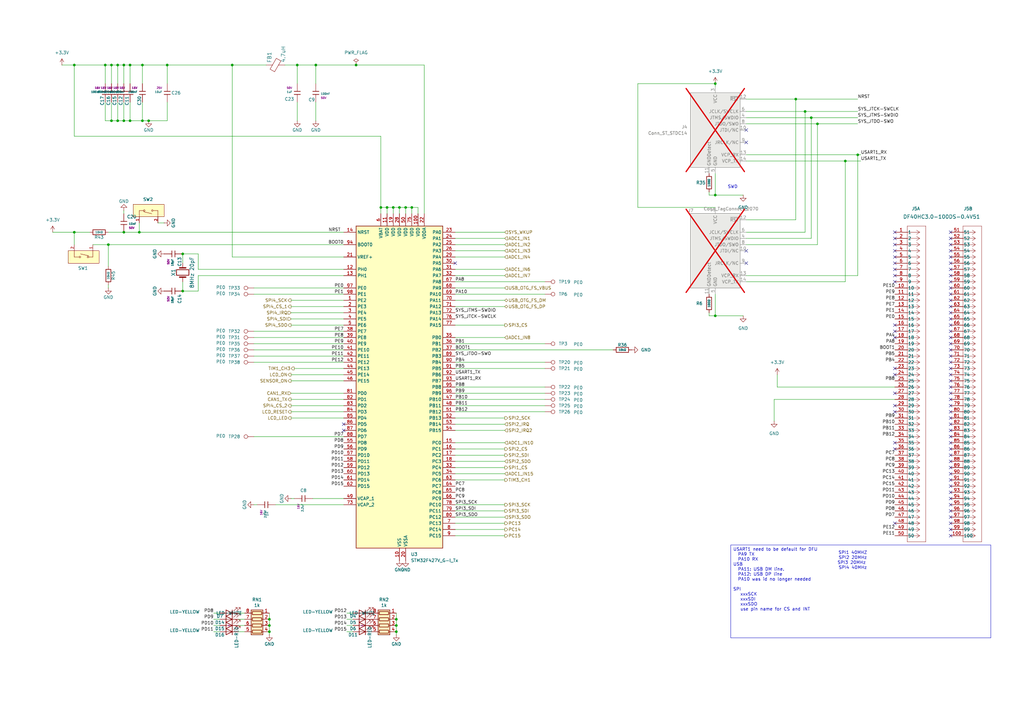
<source format=kicad_sch>
(kicad_sch (version 20250114) (generator "eeschema") (generator_version "9.0")
  (paper "A3")
  (title_block (title "l8") (date "2022-04-10") (company "DNT"))
  (lib_symbols
    (symbol "PCM_JLCPCB-Capacitors:0603,100nF" (pin_numbers (hide yes)) (pin_names (offset 0))
      (property "Reference" "C" (at 2.032 1.668 0))
      (property "Value" "100nF" (at 2.032 -0.3782 0))
      (property "Voltage Rated" "50V" (at 2.032 -2.0462 0))
      (symbol "0603,100nF_1_1"
        (pin passive line (at 0 3.81 270) (length 3.175) (name "~") (number "1"))
        (pin passive line (at 0 -3.81 90) (length 3.175) (name "~") (number "2"))
      )
    )
    (symbol "PCM_JLCPCB-Capacitors:0603,10nF" (pin_numbers (hide yes)) (pin_names (offset 0))
      (property "Reference" "C" (at 2.032 1.668 0))
      (property "Value" "10nF" (at 2.032 -0.3782 0))
      (property "Voltage Rated" "50V" (at 2.032 -2.0462 0))
      (symbol "0603,10nF_1_1"
        (pin passive line (at 0 3.81 270) (length 3.175) (name "~") (number "1"))
        (pin passive line (at 0 -3.81 90) (length 3.175) (name "~") (number "2"))
      )
    )
    (symbol "PCM_JLCPCB-Capacitors:0603,10uF,(2)" (pin_numbers (hide yes)) (pin_names (offset 0))
      (property "Reference" "C" (at 2.032 1.668 0))
      (property "Value" "10uF" (at 2.032 -0.3782 0))
      (property "Voltage Rated" "25V" (at 2.032 -2.0462 0))
      (symbol "0603,10uF,(2)_1_1"
        (pin passive line (at 0 3.81 270) (length 3.175) (name "~") (number "1"))
        (pin passive line (at 0 -3.81 90) (length 3.175) (name "~") (number "2"))
      )
    )
    (symbol "PCM_JLCPCB-Capacitors:0603,18pF" (pin_numbers (hide yes)) (pin_names (offset 0))
      (property "Reference" "C" (at 2.032 1.668 0))
      (property "Value" "18pF" (at 2.032 -0.3782 0))
      (property "Voltage Rated" "50V" (at 2.032 -2.0462 0))
      (symbol "0603,18pF_1_1"
        (pin passive line (at 0 3.81 270) (length 3.175) (name "~") (number "1"))
        (pin passive line (at 0 -3.81 90) (length 3.175) (name "~") (number "2"))
      )
    )
    (symbol "PCM_JLCPCB-Capacitors:0603,1uF" (pin_numbers (hide yes)) (pin_names (offset 0))
      (property "Reference" "C" (at 2.032 1.668 0))
      (property "Value" "1uF" (at 2.032 -0.3782 0))
      (property "Voltage Rated" "50V" (at 2.032 -2.0462 0))
      (symbol "0603,1uF_1_1"
        (pin passive line (at 0 3.81 270) (length 3.175) (name "~") (number "1"))
        (pin passive line (at 0 -3.81 90) (length 3.175) (name "~") (number "2"))
      )
    )
    (symbol "PCM_JLCPCB-Capacitors:0603,2.2uF" (pin_numbers (hide yes)) (pin_names (offset 0))
      (property "Reference" "C" (at 2.032 1.668 0))
      (property "Value" "2.2uF" (at 2.032 -0.3782 0))
      (property "Voltage Rated" "16V" (at 2.032 -2.0462 0))
      (symbol "0603,2.2uF_1_1"
        (pin passive line (at 0 3.81 270) (length 3.175) (name "~") (number "1"))
        (pin passive line (at 0 -3.81 90) (length 3.175) (name "~") (number "2"))
      )
    )
    (symbol "PCM_JLCPCB-Resistors:0603,100Ω" (pin_numbers (hide yes)) (pin_names (offset 0))
      (property "Reference" "R" (at 1.778 0 0))
      (property "Value" "100Ω" (at 0 0 90))
      (symbol "0603,100Ω_1_1"
        (pin passive line (at 0 3.81 270) (length 1.27) (name "~") (number "1"))
        (pin passive line (at 0 -3.81 90) (length 1.27) (name "~") (number "2"))
      )
    )
    (symbol "PCM_JLCPCB-Resistors:0603,10kΩ" (pin_numbers (hide yes)) (pin_names (offset 0))
      (property "Reference" "R" (at 1.778 0 0))
      (property "Value" "10kΩ" (at 0 0 90))
      (symbol "0603,10kΩ_1_1"
        (pin passive line (at 0 3.81 270) (length 1.27) (name "~") (number "1"))
        (pin passive line (at 0 -3.81 90) (length 1.27) (name "~") (number "2"))
      )
    )
    (symbol "dnt_global:0402,100nF, 16V" (pin_numbers (hide yes)) (pin_names (offset 0))
      (property "Reference" "C" (at 2.032 1.668 0))
      (property "Value" "100nF" (at 2.032 -0.3782 0))
      (property "Voltage Rated" "16V" (at 2.032 -2.0462 0))
      (symbol "0402,100nF, 16V_1_1"
        (pin passive line (at 0 3.81 270) (length 3.175) (name "~") (number "1"))
        (pin passive line (at 0 -3.81 90) (length 3.175) (name "~") (number "2"))
      )
    )
    (symbol "dnt_global:Conn_ST_STDC14"
      (property "Reference" "J" (at -8.89 16.51 0))
      (property "Value" "Conn_ST_STDC14" (at 17.78 16.51 0))
      (symbol "Conn_ST_STDC14_1_1"
        (pin no_connect line (at -10.16 5.08 0) (length 2.54) (hide yes) (name "NC") (number "1"))
        (pin no_connect line (at -10.16 2.54 0) (length 2.54) (hide yes) (name "NC") (number "2"))
        (pin passive line (at -2.54 -17.78 90) (length 2.54) (name "GNDDetect") (number "11"))
        (pin power_in line (at 0 17.78 270) (length 2.54) (name "VCC") (number "3"))
        (pin power_in line (at 0 -17.78 90) (length 2.54) (name "GND") (number "5"))
        (pin passive line (at 0 -17.78 90) (length 2.54) (hide yes) (name "GND") (number "7"))
        (pin open_collector line (at 12.7 12.7 180) (length 2.54) (name "~{RST}") (number "12"))
        (pin output line (at 12.7 7.62 180) (length 2.54) (name "JCLK/SWCLK") (number "6"))
        (pin bidirectional line (at 12.7 5.08 180) (length 2.54) (name "JTMS/SWDIO") (number "4"))
        (pin input line (at 12.7 2.54 180) (length 2.54) (name "JTDO/SWO") (number "8"))
        (pin output line (at 12.7 0 180) (length 2.54) (name "JTDI/NC") (number "10"))
        (pin input line (at 12.7 -5.08 180) (length 2.54) (name "JRCLK/NC") (number "9"))
        (pin output line (at 12.7 -10.16 180) (length 2.54) (name "VCP_RX") (number "13"))
        (pin input line (at 12.7 -12.7 180) (length 2.54) (name "VCP_TX") (number "14"))
      )
    )
    (symbol "dnt_global:Conn_TagConnect_2070"
      (property "Reference" "J" (at -8.89 16.51 0))
      (property "Value" "Conn_TagConnect_2070" (at 17.78 16.51 0))
      (symbol "Conn_TagConnect_2070_1_1"
        (pin no_connect line (at -10.16 5.08 0) (length 2.54) (hide yes) (name "NC") (number "1"))
        (pin no_connect line (at -10.16 2.54 0) (length 2.54) (hide yes) (name "NC") (number "2"))
        (pin passive line (at -2.54 -17.78 90) (length 2.54) (name "GNDDetect") (number "11"))
        (pin power_in line (at 0 17.78 270) (length 2.54) (name "VCC") (number "3"))
        (pin power_in line (at 0 -17.78 90) (length 2.54) (name "GND") (number "5"))
        (pin passive line (at 0 -17.78 90) (length 2.54) (hide yes) (name "GND") (number "7"))
        (pin open_collector line (at 12.7 12.7 180) (length 2.54) (name "~{RST}") (number "12"))
        (pin bidirectional line (at 12.7 7.62 180) (length 2.54) (name "JCLK/SWCLK") (number "6"))
        (pin bidirectional line (at 12.7 5.08 180) (length 2.54) (name "JTMS/SWDIO") (number "4"))
        (pin input line (at 12.7 2.54 180) (length 2.54) (name "JTDO/SWO") (number "8"))
        (pin output line (at 12.7 0 180) (length 2.54) (name "JTDI/NC") (number "10"))
        (pin input line (at 12.7 -5.08 180) (length 2.54) (name "JRCLK/NC") (number "9"))
        (pin bidirectional line (at 12.7 -10.16 180) (length 2.54) (name "VCP_RX") (number "13"))
        (pin input line (at 12.7 -12.7 180) (length 2.54) (name "VCP_TX") (number "14"))
      )
    )
    (symbol "dnt_global:Crystal_-_8MHz_20pf" (pin_numbers (hide yes)) (pin_names (offset 1.016) (hide yes))
      (property "Reference" "X" (at 0 3.81 0))
      (property "Value" "8MHz 20pF" (at 0 -3.81 0))
      (symbol "Crystal_-_8MHz_20pf_1_1"
        (pin passive line (at -3.81 0 0) (length 1.27) (name "1") (number "1"))
        (pin passive line (at 3.81 0 180) (length 1.27) (name "2") (number "2"))
      )
    )
    (symbol "dnt_global:DF40HC3.0-100DS-0.4V51" (pin_names (offset 0.254))
      (property "Reference" "J5" (at 5.334 9.652 0))
      (symbol "DF40HC3.0-100DS-0.4V51_1_1"
        (pin passive line (at 0 0 0) (length 5.08) (name "1") (number "1"))
        (pin passive line (at 0 -2.54 0) (length 5.08) (name "2") (number "2"))
        (pin passive line (at 0 -5.08 0) (length 5.08) (name "3") (number "3"))
        (pin passive line (at 0 -7.62 0) (length 5.08) (name "4") (number "4"))
        (pin passive line (at 0 -10.16 0) (length 5.08) (name "5") (number "5"))
        (pin passive line (at 0 -12.7 0) (length 5.08) (name "6") (number "6"))
        (pin passive line (at 0 -15.24 0) (length 5.08) (name "7") (number "7"))
        (pin passive line (at 0 -17.78 0) (length 5.08) (name "8") (number "8"))
        (pin passive line (at 0 -20.32 0) (length 5.08) (name "9") (number "9"))
        (pin passive line (at 0 -22.86 0) (length 5.08) (name "10") (number "10"))
        (pin passive line (at 0 -25.4 0) (length 5.08) (name "11") (number "11"))
        (pin passive line (at 0 -27.94 0) (length 5.08) (name "12") (number "12"))
        (pin passive line (at 0 -30.48 0) (length 5.08) (name "13") (number "13"))
        (pin passive line (at 0 -33.02 0) (length 5.08) (name "14") (number "14"))
        (pin passive line (at 0 -35.56 0) (length 5.08) (name "15") (number "15"))
        (pin passive line (at 0 -38.1 0) (length 5.08) (name "16") (number "16"))
        (pin passive line (at 0 -40.64 0) (length 5.08) (name "17") (number "17"))
        (pin passive line (at 0 -43.18 0) (length 5.08) (name "18") (number "18"))
        (pin passive line (at 0 -45.72 0) (length 5.08) (name "19") (number "19"))
        (pin passive line (at 0 -48.26 0) (length 5.08) (name "20") (number "20"))
        (pin passive line (at 0 -50.8 0) (length 5.08) (name "21") (number "21"))
        (pin passive line (at 0 -53.34 0) (length 5.08) (name "22") (number "22"))
        (pin passive line (at 0 -55.88 0) (length 5.08) (name "23") (number "23"))
        (pin passive line (at 0 -58.42 0) (length 5.08) (name "24") (number "24"))
        (pin passive line (at 0 -60.96 0) (length 5.08) (name "25") (number "25"))
        (pin passive line (at 0 -63.5 0) (length 5.08) (name "26") (number "26"))
        (pin passive line (at 0 -66.04 0) (length 5.08) (name "27") (number "27"))
        (pin passive line (at 0 -68.58 0) (length 5.08) (name "28") (number "28"))
        (pin passive line (at 0 -71.12 0) (length 5.08) (name "29") (number "29"))
        (pin passive line (at 0 -73.66 0) (length 5.08) (name "30") (number "30"))
        (pin passive line (at 0 -76.2 0) (length 5.08) (name "31") (number "31"))
        (pin passive line (at 0 -78.74 0) (length 5.08) (name "32") (number "32"))
        (pin passive line (at 0 -81.28 0) (length 5.08) (name "33") (number "33"))
        (pin passive line (at 0 -83.82 0) (length 5.08) (name "34") (number "34"))
        (pin passive line (at 0 -86.36 0) (length 5.08) (name "35") (number "35"))
        (pin passive line (at 0 -88.9 0) (length 5.08) (name "36") (number "36"))
        (pin passive line (at 0 -91.44 0) (length 5.08) (name "37") (number "37"))
        (pin passive line (at 0 -93.98 0) (length 5.08) (name "38") (number "38"))
        (pin passive line (at 0 -96.52 0) (length 5.08) (name "39") (number "39"))
        (pin passive line (at 0 -99.06 0) (length 5.08) (name "40") (number "40"))
        (pin passive line (at 0 -101.6 0) (length 5.08) (name "41") (number "41"))
        (pin passive line (at 0 -104.14 0) (length 5.08) (name "42") (number "42"))
        (pin passive line (at 0 -106.68 0) (length 5.08) (name "43") (number "43"))
        (pin passive line (at 0 -109.22 0) (length 5.08) (name "44") (number "44"))
        (pin passive line (at 0 -111.76 0) (length 5.08) (name "45") (number "45"))
        (pin passive line (at 0 -114.3 0) (length 5.08) (name "46") (number "46"))
        (pin passive line (at 0 -116.84 0) (length 5.08) (name "47") (number "47"))
        (pin passive line (at 0 -119.38 0) (length 5.08) (name "48") (number "48"))
        (pin passive line (at 0 -121.92 0) (length 5.08) (name "49") (number "49"))
        (pin passive line (at 0 -124.46 0) (length 5.08) (name "50") (number "50"))
      )
      (symbol "DF40HC3.0-100DS-0.4V51_1_2"
        (pin passive line (at 0 0 0) (length 5.08) (name "1") (number "1"))
        (pin passive line (at 0 -2.54 0) (length 5.08) (name "2") (number "2"))
        (pin passive line (at 0 -5.08 0) (length 5.08) (name "3") (number "3"))
        (pin passive line (at 0 -7.62 0) (length 5.08) (name "4") (number "4"))
        (pin passive line (at 0 -10.16 0) (length 5.08) (name "5") (number "5"))
        (pin passive line (at 0 -12.7 0) (length 5.08) (name "6") (number "6"))
        (pin passive line (at 0 -15.24 0) (length 5.08) (name "7") (number "7"))
        (pin passive line (at 0 -17.78 0) (length 5.08) (name "8") (number "8"))
        (pin passive line (at 0 -20.32 0) (length 5.08) (name "9") (number "9"))
        (pin passive line (at 0 -22.86 0) (length 5.08) (name "10") (number "10"))
        (pin passive line (at 0 -25.4 0) (length 5.08) (name "11") (number "11"))
        (pin passive line (at 0 -27.94 0) (length 5.08) (name "12") (number "12"))
        (pin passive line (at 0 -30.48 0) (length 5.08) (name "13") (number "13"))
        (pin passive line (at 0 -33.02 0) (length 5.08) (name "14") (number "14"))
        (pin passive line (at 0 -35.56 0) (length 5.08) (name "15") (number "15"))
        (pin passive line (at 0 -38.1 0) (length 5.08) (name "16") (number "16"))
        (pin passive line (at 0 -40.64 0) (length 5.08) (name "17") (number "17"))
        (pin passive line (at 0 -43.18 0) (length 5.08) (name "18") (number "18"))
        (pin passive line (at 0 -45.72 0) (length 5.08) (name "19") (number "19"))
        (pin passive line (at 0 -48.26 0) (length 5.08) (name "20") (number "20"))
        (pin passive line (at 0 -50.8 0) (length 5.08) (name "21") (number "21"))
        (pin passive line (at 0 -53.34 0) (length 5.08) (name "22") (number "22"))
        (pin passive line (at 0 -55.88 0) (length 5.08) (name "23") (number "23"))
        (pin passive line (at 0 -58.42 0) (length 5.08) (name "24") (number "24"))
        (pin passive line (at 0 -60.96 0) (length 5.08) (name "25") (number "25"))
        (pin passive line (at 0 -63.5 0) (length 5.08) (name "26") (number "26"))
        (pin passive line (at 0 -66.04 0) (length 5.08) (name "27") (number "27"))
        (pin passive line (at 0 -68.58 0) (length 5.08) (name "28") (number "28"))
        (pin passive line (at 0 -71.12 0) (length 5.08) (name "29") (number "29"))
        (pin passive line (at 0 -73.66 0) (length 5.08) (name "30") (number "30"))
        (pin passive line (at 0 -76.2 0) (length 5.08) (name "31") (number "31"))
        (pin passive line (at 0 -78.74 0) (length 5.08) (name "32") (number "32"))
        (pin passive line (at 0 -81.28 0) (length 5.08) (name "33") (number "33"))
        (pin passive line (at 0 -83.82 0) (length 5.08) (name "34") (number "34"))
        (pin passive line (at 0 -86.36 0) (length 5.08) (name "35") (number "35"))
        (pin passive line (at 0 -88.9 0) (length 5.08) (name "36") (number "36"))
        (pin passive line (at 0 -91.44 0) (length 5.08) (name "37") (number "37"))
        (pin passive line (at 0 -93.98 0) (length 5.08) (name "38") (number "38"))
        (pin passive line (at 0 -96.52 0) (length 5.08) (name "39") (number "39"))
        (pin passive line (at 0 -99.06 0) (length 5.08) (name "40") (number "40"))
        (pin passive line (at 0 -101.6 0) (length 5.08) (name "41") (number "41"))
        (pin passive line (at 0 -104.14 0) (length 5.08) (name "42") (number "42"))
        (pin passive line (at 0 -106.68 0) (length 5.08) (name "43") (number "43"))
        (pin passive line (at 0 -109.22 0) (length 5.08) (name "44") (number "44"))
        (pin passive line (at 0 -111.76 0) (length 5.08) (name "45") (number "45"))
        (pin passive line (at 0 -114.3 0) (length 5.08) (name "46") (number "46"))
        (pin passive line (at 0 -116.84 0) (length 5.08) (name "47") (number "47"))
        (pin passive line (at 0 -119.38 0) (length 5.08) (name "48") (number "48"))
        (pin passive line (at 0 -121.92 0) (length 5.08) (name "49") (number "49"))
        (pin passive line (at 0 -124.46 0) (length 5.08) (name "50") (number "50"))
      )
      (symbol "DF40HC3.0-100DS-0.4V51_2_1"
        (pin passive line (at 0 0 0) (length 5.08) (name "51") (number "51"))
        (pin passive line (at 0 -2.54 0) (length 5.08) (name "52") (number "52"))
        (pin passive line (at 0 -5.08 0) (length 5.08) (name "53") (number "53"))
        (pin passive line (at 0 -7.62 0) (length 5.08) (name "54") (number "54"))
        (pin passive line (at 0 -10.16 0) (length 5.08) (name "55") (number "55"))
        (pin passive line (at 0 -12.7 0) (length 5.08) (name "56") (number "56"))
        (pin passive line (at 0 -15.24 0) (length 5.08) (name "57") (number "57"))
        (pin passive line (at 0 -17.78 0) (length 5.08) (name "58") (number "58"))
        (pin passive line (at 0 -20.32 0) (length 5.08) (name "59") (number "59"))
        (pin passive line (at 0 -22.86 0) (length 5.08) (name "60") (number "60"))
        (pin passive line (at 0 -25.4 0) (length 5.08) (name "61") (number "61"))
        (pin passive line (at 0 -27.94 0) (length 5.08) (name "62") (number "62"))
        (pin passive line (at 0 -30.48 0) (length 5.08) (name "63") (number "63"))
        (pin passive line (at 0 -33.02 0) (length 5.08) (name "64") (number "64"))
        (pin passive line (at 0 -35.56 0) (length 5.08) (name "65") (number "65"))
        (pin passive line (at 0 -38.1 0) (length 5.08) (name "66") (number "66"))
        (pin passive line (at 0 -40.64 0) (length 5.08) (name "67") (number "67"))
        (pin passive line (at 0 -43.18 0) (length 5.08) (name "68") (number "68"))
        (pin passive line (at 0 -45.72 0) (length 5.08) (name "69") (number "69"))
        (pin passive line (at 0 -48.26 0) (length 5.08) (name "70") (number "70"))
        (pin passive line (at 0 -50.8 0) (length 5.08) (name "71") (number "71"))
        (pin passive line (at 0 -53.34 0) (length 5.08) (name "72") (number "72"))
        (pin passive line (at 0 -55.88 0) (length 5.08) (name "73") (number "73"))
        (pin passive line (at 0 -58.42 0) (length 5.08) (name "74") (number "74"))
        (pin passive line (at 0 -60.96 0) (length 5.08) (name "75") (number "75"))
        (pin passive line (at 0 -63.5 0) (length 5.08) (name "76") (number "76"))
        (pin passive line (at 0 -66.04 0) (length 5.08) (name "77") (number "77"))
        (pin passive line (at 0 -68.58 0) (length 5.08) (name "78") (number "78"))
        (pin passive line (at 0 -71.12 0) (length 5.08) (name "79") (number "79"))
        (pin passive line (at 0 -73.66 0) (length 5.08) (name "80") (number "80"))
        (pin passive line (at 0 -76.2 0) (length 5.08) (name "81") (number "81"))
        (pin passive line (at 0 -78.74 0) (length 5.08) (name "82") (number "82"))
        (pin passive line (at 0 -81.28 0) (length 5.08) (name "83") (number "83"))
        (pin passive line (at 0 -83.82 0) (length 5.08) (name "84") (number "84"))
        (pin passive line (at 0 -86.36 0) (length 5.08) (name "85") (number "85"))
        (pin passive line (at 0 -88.9 0) (length 5.08) (name "86") (number "86"))
        (pin passive line (at 0 -91.44 0) (length 5.08) (name "87") (number "87"))
        (pin passive line (at 0 -93.98 0) (length 5.08) (name "88") (number "88"))
        (pin passive line (at 0 -96.52 0) (length 5.08) (name "89") (number "89"))
        (pin passive line (at 0 -99.06 0) (length 5.08) (name "90") (number "90"))
        (pin passive line (at 0 -101.6 0) (length 5.08) (name "91") (number "91"))
        (pin passive line (at 0 -104.14 0) (length 5.08) (name "92") (number "92"))
        (pin passive line (at 0 -106.68 0) (length 5.08) (name "93") (number "93"))
        (pin passive line (at 0 -109.22 0) (length 5.08) (name "94") (number "94"))
        (pin passive line (at 0 -111.76 0) (length 5.08) (name "95") (number "95"))
        (pin passive line (at 0 -114.3 0) (length 5.08) (name "96") (number "96"))
        (pin passive line (at 0 -116.84 0) (length 5.08) (name "97") (number "97"))
        (pin passive line (at 0 -119.38 0) (length 5.08) (name "98") (number "98"))
        (pin passive line (at 0 -121.92 0) (length 5.08) (name "99") (number "99"))
        (pin passive line (at 0 -124.46 0) (length 5.08) (name "100") (number "100"))
      )
      (symbol "DF40HC3.0-100DS-0.4V51_2_2"
        (pin passive line (at 0 0 0) (length 5.08) (name "51") (number "51"))
        (pin passive line (at 0 -2.54 0) (length 5.08) (name "52") (number "52"))
        (pin passive line (at 0 -5.08 0) (length 5.08) (name "53") (number "53"))
        (pin passive line (at 0 -7.62 0) (length 5.08) (name "54") (number "54"))
        (pin passive line (at 0 -10.16 0) (length 5.08) (name "55") (number "55"))
        (pin passive line (at 0 -12.7 0) (length 5.08) (name "56") (number "56"))
        (pin passive line (at 0 -15.24 0) (length 5.08) (name "57") (number "57"))
        (pin passive line (at 0 -17.78 0) (length 5.08) (name "58") (number "58"))
        (pin passive line (at 0 -20.32 0) (length 5.08) (name "59") (number "59"))
        (pin passive line (at 0 -22.86 0) (length 5.08) (name "60") (number "60"))
        (pin passive line (at 0 -25.4 0) (length 5.08) (name "61") (number "61"))
        (pin passive line (at 0 -27.94 0) (length 5.08) (name "62") (number "62"))
        (pin passive line (at 0 -30.48 0) (length 5.08) (name "63") (number "63"))
        (pin passive line (at 0 -33.02 0) (length 5.08) (name "64") (number "64"))
        (pin passive line (at 0 -35.56 0) (length 5.08) (name "65") (number "65"))
        (pin passive line (at 0 -38.1 0) (length 5.08) (name "66") (number "66"))
        (pin passive line (at 0 -40.64 0) (length 5.08) (name "67") (number "67"))
        (pin passive line (at 0 -43.18 0) (length 5.08) (name "68") (number "68"))
        (pin passive line (at 0 -45.72 0) (length 5.08) (name "69") (number "69"))
        (pin passive line (at 0 -48.26 0) (length 5.08) (name "70") (number "70"))
        (pin passive line (at 0 -50.8 0) (length 5.08) (name "71") (number "71"))
        (pin passive line (at 0 -53.34 0) (length 5.08) (name "72") (number "72"))
        (pin passive line (at 0 -55.88 0) (length 5.08) (name "73") (number "73"))
        (pin passive line (at 0 -58.42 0) (length 5.08) (name "74") (number "74"))
        (pin passive line (at 0 -60.96 0) (length 5.08) (name "75") (number "75"))
        (pin passive line (at 0 -63.5 0) (length 5.08) (name "76") (number "76"))
        (pin passive line (at 0 -66.04 0) (length 5.08) (name "77") (number "77"))
        (pin passive line (at 0 -68.58 0) (length 5.08) (name "78") (number "78"))
        (pin passive line (at 0 -71.12 0) (length 5.08) (name "79") (number "79"))
        (pin passive line (at 0 -73.66 0) (length 5.08) (name "80") (number "80"))
        (pin passive line (at 0 -76.2 0) (length 5.08) (name "81") (number "81"))
        (pin passive line (at 0 -78.74 0) (length 5.08) (name "82") (number "82"))
        (pin passive line (at 0 -81.28 0) (length 5.08) (name "83") (number "83"))
        (pin passive line (at 0 -83.82 0) (length 5.08) (name "84") (number "84"))
        (pin passive line (at 0 -86.36 0) (length 5.08) (name "85") (number "85"))
        (pin passive line (at 0 -88.9 0) (length 5.08) (name "86") (number "86"))
        (pin passive line (at 0 -91.44 0) (length 5.08) (name "87") (number "87"))
        (pin passive line (at 0 -93.98 0) (length 5.08) (name "88") (number "88"))
        (pin passive line (at 0 -96.52 0) (length 5.08) (name "89") (number "89"))
        (pin passive line (at 0 -99.06 0) (length 5.08) (name "90") (number "90"))
        (pin passive line (at 0 -101.6 0) (length 5.08) (name "91") (number "91"))
        (pin passive line (at 0 -104.14 0) (length 5.08) (name "92") (number "92"))
        (pin passive line (at 0 -106.68 0) (length 5.08) (name "93") (number "93"))
        (pin passive line (at 0 -109.22 0) (length 5.08) (name "94") (number "94"))
        (pin passive line (at 0 -111.76 0) (length 5.08) (name "95") (number "95"))
        (pin passive line (at 0 -114.3 0) (length 5.08) (name "96") (number "96"))
        (pin passive line (at 0 -116.84 0) (length 5.08) (name "97") (number "97"))
        (pin passive line (at 0 -119.38 0) (length 5.08) (name "98") (number "98"))
        (pin passive line (at 0 -121.92 0) (length 5.08) (name "99") (number "99"))
        (pin passive line (at 0 -124.46 0) (length 5.08) (name "100") (number "100"))
      )
    )
    (symbol "dnt_global:FerriteBead_-_4.7uH" (pin_numbers (hide yes)) (pin_names (offset 0))
      (property "Reference" "FB1" (at 3.175 2.54 0))
      (property "Value" "4.7uH" (at 4.445 -3.175 0))
      (symbol "FerriteBead_-_4.7uH_1_1"
        (pin passive line (at 0 3.81 270) (length 2.54) (name "~") (number "1"))
        (pin passive line (at 0 -3.81 90) (length 2.54) (name "~") (number "2"))
      )
    )
    (symbol "dnt_global:LED-RED" (pin_numbers (hide yes)) (pin_names (offset 1.016) (hide yes))
      (property "Reference" "D" (at 0 -2.54 0))
      (property "Value" "LED-RED" (at -3.048 4.826 90))
      (property "Datasheet" "~" (at 0 0 0))
      (symbol "LED-RED_1_1"
        (pin passive line (at -3.81 0 0) (length 2.54) (name "K") (number "1"))
        (pin passive line (at 3.81 0 180) (length 2.54) (name "A") (number "2"))
      )
    )
    (symbol "dnt_global:LED-WHITE" (pin_numbers (hide yes)) (pin_names (offset 1.016) (hide yes))
      (property "Reference" "D" (at 0 2.54 0))
      (property "Value" "LED-WHITE" (at 0 -2.54 0))
      (symbol "LED-WHITE_1_1"
        (pin passive line (at -3.81 0 0) (length 2.54) (name "K") (number "1"))
        (pin passive line (at 3.81 0 180) (length 2.54) (name "A") (number "2"))
      )
    )
    (symbol "dnt_global:LED-YELLOW" (pin_numbers (hide yes)) (pin_names (offset 1.016) (hide yes))
      (property "Reference" "D" (at 3.81 1.27 0))
      (property "Value" "LED-YELLOW" (at 24.384 -0.508 0))
      (symbol "LED-YELLOW_1_1"
        (pin passive line (at -3.81 0 0) (length 2.54) (name "K") (number "1"))
        (pin passive line (at 3.81 0 180) (length 2.54) (name "A") (number "2"))
      )
    )
    (symbol "dnt_global:R_Pack04_-_1K" (pin_names (offset 0) (hide yes))
      (property "Reference" "RN2" (at -10.5918 0 90))
      (property "Value" "1k" (at -8.2804 0 90))
      (symbol "R_Pack04_-_1K_1_1"
        (pin passive line (at -5.08 5.08 270) (length 2.54) (name "R1.2") (number "8"))
        (pin passive line (at -5.08 -5.08 90) (length 2.54) (name "R1.1") (number "1"))
        (pin passive line (at -2.54 5.08 270) (length 2.54) (name "R2.2") (number "7"))
        (pin passive line (at -2.54 -5.08 90) (length 2.54) (name "R2.1") (number "2"))
        (pin passive line (at 0 5.08 270) (length 2.54) (name "R3.2") (number "6"))
        (pin passive line (at 0 -5.08 90) (length 2.54) (name "R3.1") (number "3"))
        (pin passive line (at 2.54 5.08 270) (length 2.54) (name "R4.2") (number "5"))
        (pin passive line (at 2.54 -5.08 90) (length 2.54) (name "R4.1") (number "4"))
      )
    )
    (symbol "dnt_global:STM32F427V_G-I_Tx-mod"
      (property "Reference" "U3" (at 4.7341 -68.58 0))
      (property "Value" "STM32F427V_G-I_Tx" (at 4.7341 -71.12 0))
      (symbol "STM32F427V_G-I_Tx-mod_1_1"
        (pin input line (at -22.86 63.5 0) (length 5.08) (name "NRST") (number "14"))
        (pin input line (at -22.86 58.42 0) (length 5.08) (name "BOOT0") (number "94"))
        (pin input line (at -22.86 53.34 0) (length 5.08) (name "VREF+") (number "21"))
        (pin bidirectional line (at -22.86 48.26 0) (length 5.08) (name "PH0") (number "12"))
        (pin bidirectional line (at -22.86 45.72 0) (length 5.08) (name "PH1") (number "13"))
        (pin bidirectional line (at -22.86 40.64 0) (length 5.08) (name "PE0") (number "97"))
        (pin bidirectional line (at -22.86 38.1 0) (length 5.08) (name "PE1") (number "98"))
        (pin bidirectional line (at -22.86 35.56 0) (length 5.08) (name "PE2") (number "1"))
        (pin bidirectional line (at -22.86 33.02 0) (length 5.08) (name "PE3") (number "2"))
        (pin bidirectional line (at -22.86 30.48 0) (length 5.08) (name "PE4") (number "3"))
        (pin bidirectional line (at -22.86 27.94 0) (length 5.08) (name "PE5") (number "4"))
        (pin bidirectional line (at -22.86 25.4 0) (length 5.08) (name "PE6") (number "5"))
        (pin bidirectional line (at -22.86 22.86 0) (length 5.08) (name "PE7") (number "38"))
        (pin bidirectional line (at -22.86 20.32 0) (length 5.08) (name "PE8") (number "39"))
        (pin bidirectional line (at -22.86 17.78 0) (length 5.08) (name "PE9") (number "40"))
        (pin bidirectional line (at -22.86 15.24 0) (length 5.08) (name "PE10") (number "41"))
        (pin bidirectional line (at -22.86 12.7 0) (length 5.08) (name "PE11") (number "42"))
        (pin bidirectional line (at -22.86 10.16 0) (length 5.08) (name "PE12") (number "43"))
        (pin bidirectional line (at -22.86 7.62 0) (length 5.08) (name "PE13") (number "44"))
        (pin bidirectional line (at -22.86 5.08 0) (length 5.08) (name "PE14") (number "45"))
        (pin bidirectional line (at -22.86 2.54 0) (length 5.08) (name "PE15") (number "46"))
        (pin bidirectional line (at -22.86 -2.54 0) (length 5.08) (name "PD0") (number "81"))
        (pin bidirectional line (at -22.86 -5.08 0) (length 5.08) (name "PD1") (number "82"))
        (pin bidirectional line (at -22.86 -7.62 0) (length 5.08) (name "PD2") (number "83"))
        (pin bidirectional line (at -22.86 -10.16 0) (length 5.08) (name "PD3") (number "84"))
        (pin bidirectional line (at -22.86 -12.7 0) (length 5.08) (name "PD4") (number "85"))
        (pin bidirectional line (at -22.86 -15.24 0) (length 5.08) (name "PD5") (number "86"))
        (pin bidirectional line (at -22.86 -17.78 0) (length 5.08) (name "PD6") (number "87"))
        (pin bidirectional line (at -22.86 -20.32 0) (length 5.08) (name "PD7") (number "88"))
        (pin bidirectional line (at -22.86 -22.86 0) (length 5.08) (name "PD8") (number "55"))
        (pin bidirectional line (at -22.86 -25.4 0) (length 5.08) (name "PD9") (number "56"))
        (pin bidirectional line (at -22.86 -27.94 0) (length 5.08) (name "PD10") (number "57"))
        (pin bidirectional line (at -22.86 -30.48 0) (length 5.08) (name "PD11") (number "58"))
        (pin bidirectional line (at -22.86 -33.02 0) (length 5.08) (name "PD12") (number "59"))
        (pin bidirectional line (at -22.86 -35.56 0) (length 5.08) (name "PD13") (number "60"))
        (pin bidirectional line (at -22.86 -38.1 0) (length 5.08) (name "PD14") (number "61"))
        (pin bidirectional line (at -22.86 -40.64 0) (length 5.08) (name "PD15") (number "62"))
        (pin power_out line (at -22.86 -45.72 0) (length 5.08) (name "VCAP_1") (number "49"))
        (pin power_out line (at -22.86 -48.26 0) (length 5.08) (name "VCAP_2") (number "73"))
        (pin power_in line (at -7.62 71.12 270) (length 5.08) (name "VBAT") (number "6"))
        (pin power_in line (at -5.08 71.12 270) (length 5.08) (name "VDD") (number "11"))
        (pin power_in line (at -2.54 71.12 270) (length 5.08) (name "VDD") (number "19"))
        (pin power_in line (at 0 71.12 270) (length 5.08) (name "VDD") (number "28"))
        (pin power_in line (at 0 -71.12 90) (length 5.08) (name "VSS") (number "10"))
        (pin passive line (at 0 -71.12 90) (length 5.08) (hide yes) (name "VSS") (number "27"))
        (pin passive line (at 0 -71.12 90) (length 5.08) (hide yes) (name "VSS") (number "74"))
        (pin passive line (at 0 -71.12 90) (length 5.08) (hide yes) (name "VSS") (number "99"))
        (pin power_in line (at 2.54 71.12 270) (length 5.08) (name "VDD") (number "50"))
        (pin power_in line (at 2.54 -71.12 90) (length 5.08) (name "VSSA") (number "20"))
        (pin power_in line (at 5.08 71.12 270) (length 5.08) (name "VDD") (number "75"))
        (pin power_in line (at 7.62 71.12 270) (length 5.08) (name "VDD") (number "100"))
        (pin power_in line (at 10.16 71.12 270) (length 5.08) (name "VDDA") (number "22"))
        (pin bidirectional line (at 22.86 63.5 180) (length 5.08) (name "PA0") (number "23"))
        (pin bidirectional line (at 22.86 60.96 180) (length 5.08) (name "PA1") (number "24"))
        (pin bidirectional line (at 22.86 58.42 180) (length 5.08) (name "PA2") (number "25"))
        (pin bidirectional line (at 22.86 55.88 180) (length 5.08) (name "PA3") (number "26"))
        (pin bidirectional line (at 22.86 53.34 180) (length 5.08) (name "PA4") (number "29"))
        (pin bidirectional line (at 22.86 50.8 180) (length 5.08) (name "PA5") (number "30"))
        (pin bidirectional line (at 22.86 48.26 180) (length 5.08) (name "PA6") (number "31"))
        (pin bidirectional line (at 22.86 45.72 180) (length 5.08) (name "PA7") (number "32"))
        (pin bidirectional line (at 22.86 43.18 180) (length 5.08) (name "PA8") (number "67"))
        (pin bidirectional line (at 22.86 40.64 180) (length 5.08) (name "PA9") (number "68"))
        (pin bidirectional line (at 22.86 38.1 180) (length 5.08) (name "PA10") (number "69"))
        (pin bidirectional line (at 22.86 35.56 180) (length 5.08) (name "PA11") (number "70"))
        (pin bidirectional line (at 22.86 33.02 180) (length 5.08) (name "PA12") (number "71"))
        (pin bidirectional line (at 22.86 30.48 180) (length 5.08) (name "PA13") (number "72"))
        (pin bidirectional line (at 22.86 27.94 180) (length 5.08) (name "PA14") (number "76"))
        (pin bidirectional line (at 22.86 25.4 180) (length 5.08) (name "PA15") (number "77"))
        (pin bidirectional line (at 22.86 20.32 180) (length 5.08) (name "PB0") (number "35"))
        (pin bidirectional line (at 22.86 17.78 180) (length 5.08) (name "PB1") (number "36"))
        (pin bidirectional line (at 22.86 15.24 180) (length 5.08) (name "PB2") (number "37"))
        (pin bidirectional line (at 22.86 12.7 180) (length 5.08) (name "PB3") (number "89"))
        (pin bidirectional line (at 22.86 10.16 180) (length 5.08) (name "PB4") (number "90"))
        (pin bidirectional line (at 22.86 7.62 180) (length 5.08) (name "PB5") (number "91"))
        (pin bidirectional line (at 22.86 5.08 180) (length 5.08) (name "PB6") (number "92"))
        (pin bidirectional line (at 22.86 2.54 180) (length 5.08) (name "PB7") (number "93"))
        (pin bidirectional line (at 22.86 0 180) (length 5.08) (name "PB8") (number "95"))
        (pin bidirectional line (at 22.86 -2.54 180) (length 5.08) (name "PB9") (number "96"))
        (pin bidirectional line (at 22.86 -5.08 180) (length 5.08) (name "PB10") (number "47"))
        (pin bidirectional line (at 22.86 -7.62 180) (length 5.08) (name "PB11") (number "48"))
        (pin bidirectional line (at 22.86 -10.16 180) (length 5.08) (name "PB12") (number "51"))
        (pin bidirectional line (at 22.86 -12.7 180) (length 5.08) (name "PB13") (number "52"))
        (pin bidirectional line (at 22.86 -15.24 180) (length 5.08) (name "PB14") (number "53"))
        (pin bidirectional line (at 22.86 -17.78 180) (length 5.08) (name "PB15") (number "54"))
        (pin bidirectional line (at 22.86 -22.86 180) (length 5.08) (name "PC0") (number "15"))
        (pin bidirectional line (at 22.86 -25.4 180) (length 5.08) (name "PC1") (number "16"))
        (pin bidirectional line (at 22.86 -27.94 180) (length 5.08) (name "PC2") (number "17"))
        (pin bidirectional line (at 22.86 -30.48 180) (length 5.08) (name "PC3") (number "18"))
        (pin bidirectional line (at 22.86 -33.02 180) (length 5.08) (name "PC4") (number "33"))
        (pin bidirectional line (at 22.86 -35.56 180) (length 5.08) (name "PC5") (number "34"))
        (pin bidirectional line (at 22.86 -38.1 180) (length 5.08) (name "PC6") (number "63"))
        (pin bidirectional line (at 22.86 -40.64 180) (length 5.08) (name "PC7") (number "64"))
        (pin bidirectional line (at 22.86 -43.18 180) (length 5.08) (name "PC8") (number "65"))
        (pin bidirectional line (at 22.86 -45.72 180) (length 5.08) (name "PC9") (number "66"))
        (pin bidirectional line (at 22.86 -48.26 180) (length 5.08) (name "PC10") (number "78"))
        (pin bidirectional line (at 22.86 -50.8 180) (length 5.08) (name "PC11") (number "79"))
        (pin bidirectional line (at 22.86 -53.34 180) (length 5.08) (name "PC12") (number "80"))
        (pin bidirectional line (at 22.86 -55.88 180) (length 5.08) (name "PC13") (number "7"))
        (pin bidirectional line (at 22.86 -58.42 180) (length 5.08) (name "PC14") (number "8"))
        (pin bidirectional line (at 22.86 -60.96 180) (length 5.08) (name "PC15") (number "9"))
      )
    )
    (symbol "dnt_global:Tactile_Button,_160gf,_12V,_50mA,_4.0mm" (pin_names (hide yes))
      (property "Reference" "S" (at 0 1.27 0))
      (property "Value" "Tactile Button, 160gf" (at 0 -8.89 0))
      (symbol "Tactile_Button,_160gf,_12V,_50mA,_4.0mm_1_1"
        (pin passive line (at -5.08 2.54 0) (length 2.54) (name "A") (number "1"))
        (pin passive line (at -5.08 -5.08 0) (length 2.54) (name "B") (number "2"))
      )
    )
    (symbol "dnt_global:TestPoint_Pad_D1.0mm" (pin_numbers (hide yes)) (pin_names (offset 0.762) (hide yes))
      (property "Reference" "TP33" (at 0 5.588 90))
      (property "Value" "PE0" (at 0.254 11.684 90))
      (symbol "TestPoint_Pad_D1.0mm_1_1"
        (pin passive line (at 0 0 90) (length 2.54) (name "1") (number "1"))
      )
    )
    (symbol "power:+3.3V" (power) (pin_numbers (hide yes)) (pin_names (offset 0) (hide yes))
      (property "Value" "+3.3V" (at 0 3.556 0))
      (symbol "+3.3V_1_1"
        (pin power_in line (at 0 0 90) (length 0) (name "~") (number "1"))
      )
    )
    (symbol "power:GND" (power) (pin_numbers (hide yes)) (pin_names (offset 0) (hide yes))
      (property "Value" "GND" (at 0 -3.81 0))
      (symbol "GND_1_1"
        (pin power_in line (at 0 0 270) (length 0) (name "~") (number "1"))
      )
    )
    (symbol "power:PWR_FLAG" (power) (pin_numbers (hide yes)) (pin_names (offset 0) (hide yes))
      (property "Value" "PWR_FLAG" (at 0 3.81 0))
      (symbol "PWR_FLAG_0_0"
        (pin power_out line (at 0 0 90) (length 0) (name "~") (number "1"))
      )
    )
  )
  (text "SPI1 40MHZ\nSPI2 20MHz\nSPI3 20MHz \nSPI4 40MHz" (at 349.758 229.87 0) (effects (font (size 1.27 1.27))))
  (text "SWD" (at 298.45 77.47 0) (effects (font (size 1.27 1.27)) (justify left bottom)))
  (text_box "USART1 need to be default for DFU \n  PA9 TX\n  PA10 RX\nUSB \n  PA11: USB DM line. \n  PA12: USB DP line\n  PA10 was id no longer needed\n\nSPI\n   xxxSCK\n   xxxSDI\n   xxxSDO\n   use pin name for CS and INT\n  " (at 299.72 223.52 0) (size 106.68 38.1) (margins 0.9525 0.9525 0.9525 0.9525) (effects (font (size 1.27 1.27)) (justify left top)))
  (junction (at 330.2 45.72))
  (junction (at 68.58 26.67))
  (junction (at 326.39 40.64))
  (junction (at 166.37 85.09))
  (junction (at 50.8 49.53))
  (junction (at 168.91 85.09))
  (junction (at 48.26 49.53))
  (junction (at 163.83 85.09))
  (junction (at 161.29 85.09))
  (junction (at 156.21 85.09))
  (junction (at 53.34 49.53))
  (junction (at 110.49 254))
  (junction (at 50.8 95.25))
  (junction (at 129.54 26.67))
  (junction (at 335.28 50.8))
  (junction (at 351.79 63.5))
  (junction (at 58.42 26.67))
  (junction (at 44.45 100.33))
  (junction (at 57.15 95.25))
  (junction (at 293.37 129.54))
  (junction (at 158.75 85.09))
  (junction (at 43.18 26.67))
  (junction (at 74.93 104.14))
  (junction (at 162.56 259.08))
  (junction (at 146.05 26.67))
  (junction (at 332.74 48.26))
  (junction (at 30.48 95.25))
  (junction (at 162.56 256.54))
  (junction (at 293.37 34.29))
  (junction (at 110.49 256.54))
  (junction (at 293.37 80.01))
  (junction (at 53.34 26.67))
  (junction (at 48.26 26.67))
  (junction (at 121.92 26.67))
  (junction (at 74.93 119.38))
  (junction (at 50.8 26.67))
  (junction (at 110.49 259.08))
  (junction (at 45.72 49.53))
  (junction (at 58.42 49.53))
  (junction (at 60.96 49.53))
  (junction (at 30.48 26.67))
  (junction (at 162.56 254))
  (junction (at 346.71 66.04))
  (junction (at 45.72 26.67))
  (junction (at 95.25 26.67))
  (no_connect (at 367.03 151.13))
  (no_connect (at 389.89 133.35))
  (no_connect (at 389.89 128.27))
  (no_connect (at 389.89 95.25))
  (no_connect (at 389.89 130.81))
  (no_connect (at 389.89 204.47))
  (no_connect (at 389.89 102.87))
  (no_connect (at 389.89 184.15))
  (no_connect (at 389.89 199.39))
  (no_connect (at 389.89 161.29))
  (no_connect (at 389.89 196.85))
  (no_connect (at 389.89 168.91))
  (no_connect (at 389.89 166.37))
  (no_connect (at 389.89 173.99))
  (no_connect (at 389.89 163.83))
  (no_connect (at 389.89 153.67))
  (no_connect (at 367.03 100.33))
  (no_connect (at 389.89 179.07))
  (no_connect (at 389.89 97.79))
  (no_connect (at 389.89 118.11))
  (no_connect (at 389.89 176.53))
  (no_connect (at 389.89 181.61))
  (no_connect (at 367.03 113.03))
  (no_connect (at 367.03 161.29))
  (no_connect (at 389.89 138.43))
  (no_connect (at 140.97 173.99))
  (no_connect (at 389.89 189.23))
  (no_connect (at 389.89 194.31))
  (no_connect (at 306.07 107.95))
  (no_connect (at 389.89 120.65))
  (no_connect (at 389.89 191.77))
  (no_connect (at 367.03 168.91))
  (no_connect (at 389.89 140.97))
  (no_connect (at 367.03 102.87))
  (no_connect (at 389.89 123.19))
  (no_connect (at 367.03 214.63))
  (no_connect (at 389.89 158.75))
  (no_connect (at 389.89 135.89))
  (no_connect (at 389.89 100.33))
  (no_connect (at 389.89 105.41))
  (no_connect (at 389.89 171.45))
  (no_connect (at 367.03 133.35))
  (no_connect (at 389.89 219.71))
  (no_connect (at 367.03 166.37))
  (no_connect (at 389.89 214.63))
  (no_connect (at 389.89 115.57))
  (no_connect (at 389.89 151.13))
  (no_connect (at 389.89 217.17))
  (no_connect (at 389.89 212.09))
  (no_connect (at 389.89 113.03))
  (no_connect (at 367.03 97.79))
  (no_connect (at 367.03 135.89))
  (no_connect (at 389.89 156.21))
  (no_connect (at 367.03 95.25))
  (no_connect (at 389.89 207.01))
  (no_connect (at 367.03 115.57))
  (no_connect (at 186.69 107.95))
  (no_connect (at 389.89 148.59))
  (no_connect (at 367.03 138.43))
  (no_connect (at 389.89 186.69))
  (no_connect (at 389.89 125.73))
  (no_connect (at 389.89 146.05))
  (no_connect (at 140.97 176.53))
  (no_connect (at 389.89 143.51))
  (no_connect (at 306.07 53.34))
  (no_connect (at 367.03 107.95))
  (no_connect (at 306.07 102.87))
  (no_connect (at 367.03 184.15))
  (no_connect (at 367.03 153.67))
  (no_connect (at 389.89 110.49))
  (no_connect (at 367.03 105.41))
  (no_connect (at 389.89 209.55))
  (no_connect (at 367.03 181.61))
  (no_connect (at 367.03 110.49))
  (no_connect (at 389.89 201.93))
  (no_connect (at 306.07 58.42))
  (no_connect (at 389.89 107.95))
  (wire (pts (xy 335.28 50.8) (xy 335.28 100.33)))
  (wire (pts (xy 335.28 50.8) (xy 306.07 50.8)))
  (wire (pts (xy 293.37 71.12) (xy 293.37 80.01)))
  (wire (pts (xy 186.69 140.97) (xy 223.52 140.97)))
  (wire (pts (xy 97.79 256.54) (xy 100.33 256.54)))
  (wire (pts (xy 30.48 26.67) (xy 43.18 26.67)))
  (wire (pts (xy 30.48 26.67) (xy 25.4 26.67)))
  (wire (pts (xy 50.8 49.53) (xy 53.34 49.53)))
  (wire (pts (xy 119.38 123.19) (xy 140.97 123.19)))
  (wire (pts (xy 121.92 49.53) (xy 121.92 41.91)))
  (wire (pts (xy 119.38 133.35) (xy 140.97 133.35)))
  (wire (pts (xy 186.69 163.83) (xy 223.52 163.83)))
  (wire (pts (xy 186.69 186.69) (xy 207.01 186.69)))
  (wire (pts (xy 119.38 156.21) (xy 140.97 156.21)))
  (wire (pts (xy 119.38 161.29) (xy 140.97 161.29)))
  (wire (pts (xy 68.58 41.91) (xy 68.58 49.53)))
  (wire (pts (xy 186.69 171.45) (xy 207.01 171.45)))
  (wire (pts (xy 38.1 100.33) (xy 44.45 100.33)))
  (wire (pts (xy 326.39 40.64) (xy 306.07 40.64)))
  (wire (pts (xy 50.8 87.63) (xy 50.8 86.36)))
  (wire (pts (xy 166.37 85.09) (xy 163.83 85.09)))
  (wire (pts (xy 326.39 90.17) (xy 326.39 40.64)))
  (wire (pts (xy 261.62 85.09) (xy 293.37 85.09)))
  (wire (pts (xy 48.26 49.53) (xy 48.26 41.91)))
  (wire (pts (xy 207.01 110.49) (xy 186.69 110.49)))
  (wire (pts (xy 119.38 130.81) (xy 140.97 130.81)))
  (wire (pts (xy 121.92 34.29) (xy 121.92 26.67)))
  (wire (pts (xy 306.07 115.57) (xy 346.71 115.57)))
  (wire (pts (xy 21.59 95.25) (xy 30.48 95.25)))
  (wire (pts (xy 290.83 80.01) (xy 293.37 80.01)))
  (wire (pts (xy 186.69 168.91) (xy 223.52 168.91)))
  (wire (pts (xy 161.29 85.09) (xy 161.29 87.63)))
  (wire (pts (xy 207.01 181.61) (xy 186.69 181.61)))
  (wire (pts (xy 120.65 151.13) (xy 140.97 151.13)))
  (wire (pts (xy 87.63 259.08) (xy 90.17 259.08)))
  (wire (pts (xy 186.69 143.51) (xy 251.46 143.51)))
  (wire (pts (xy 207.01 118.11) (xy 186.69 118.11)))
  (wire (pts (xy 53.34 26.67) (xy 53.34 34.29)))
  (wire (pts (xy 207.01 95.25) (xy 186.69 95.25)))
  (wire (pts (xy 207.01 133.35) (xy 186.69 133.35)))
  (wire (pts (xy 207.01 219.71) (xy 186.69 219.71)))
  (wire (pts (xy 43.18 26.67) (xy 43.18 34.29)))
  (wire (pts (xy 104.14 135.89) (xy 140.97 135.89)))
  (wire (pts (xy 30.48 95.25) (xy 36.83 95.25)))
  (wire (pts (xy 346.71 66.04) (xy 346.71 115.57)))
  (wire (pts (xy 119.38 171.45) (xy 140.97 171.45)))
  (wire (pts (xy 104.14 207.01) (xy 105.41 207.01)))
  (wire (pts (xy 186.69 158.75) (xy 223.52 158.75)))
  (wire (pts (xy 57.15 95.25) (xy 140.97 95.25)))
  (wire (pts (xy 74.93 104.14) (xy 74.93 107.95)))
  (wire (pts (xy 186.69 120.65) (xy 223.52 120.65)))
  (wire (pts (xy 207.01 196.85) (xy 186.69 196.85)))
  (wire (pts (xy 110.49 254) (xy 110.49 256.54)))
  (wire (pts (xy 186.69 207.01) (xy 207.01 207.01)))
  (wire (pts (xy 293.37 120.65) (xy 293.37 129.54)))
  (wire (pts (xy 186.69 123.19) (xy 207.01 123.19)))
  (wire (pts (xy 158.75 85.09) (xy 158.75 87.63)))
  (wire (pts (xy 173.99 26.67) (xy 173.99 87.63)))
  (wire (pts (xy 74.93 115.57) (xy 74.93 119.38)))
  (wire (pts (xy 306.07 66.04) (xy 346.71 66.04)))
  (wire (pts (xy 104.14 143.51) (xy 140.97 143.51)))
  (wire (pts (xy 95.25 105.41) (xy 140.97 105.41)))
  (wire (pts (xy 87.63 251.46) (xy 90.17 251.46)))
  (wire (pts (xy 293.37 34.29) (xy 261.62 34.29)))
  (wire (pts (xy 306.07 100.33) (xy 335.28 100.33)))
  (wire (pts (xy 367.03 158.75) (xy 318.77 158.75)))
  (wire (pts (xy 168.91 85.09) (xy 168.91 87.63)))
  (wire (pts (xy 110.49 254) (xy 110.49 251.46)))
  (wire (pts (xy 162.56 256.54) (xy 162.56 259.08)))
  (wire (pts (xy 158.75 85.09) (xy 161.29 85.09)))
  (wire (pts (xy 166.37 85.09) (xy 166.37 87.63)))
  (wire (pts (xy 121.92 26.67) (xy 129.54 26.67)))
  (wire (pts (xy 68.58 49.53) (xy 60.96 49.53)))
  (wire (pts (xy 332.74 48.26) (xy 332.74 97.79)))
  (wire (pts (xy 104.14 118.11) (xy 140.97 118.11)))
  (wire (pts (xy 306.07 63.5) (xy 351.79 63.5)))
  (wire (pts (xy 207.01 194.31) (xy 186.69 194.31)))
  (wire (pts (xy 128.27 204.47) (xy 140.97 204.47)))
  (wire (pts (xy 306.07 113.03) (xy 351.79 113.03)))
  (wire (pts (xy 171.45 85.09) (xy 171.45 87.63)))
  (wire (pts (xy 57.15 91.44) (xy 57.15 95.25)))
  (wire (pts (xy 119.38 204.47) (xy 120.65 204.47)))
  (wire (pts (xy 146.05 26.67) (xy 173.99 26.67)))
  (wire (pts (xy 293.37 80.01) (xy 304.8 80.01)))
  (wire (pts (xy 207.01 191.77) (xy 186.69 191.77)))
  (wire (pts (xy 351.79 48.26) (xy 332.74 48.26)))
  (wire (pts (xy 119.38 168.91) (xy 140.97 168.91)))
  (wire (pts (xy 44.45 100.33) (xy 140.97 100.33)))
  (wire (pts (xy 186.69 189.23) (xy 207.01 189.23)))
  (wire (pts (xy 43.18 26.67) (xy 45.72 26.67)))
  (wire (pts (xy 163.83 85.09) (xy 163.83 87.63)))
  (wire (pts (xy 207.01 102.87) (xy 186.69 102.87)))
  (wire (pts (xy 45.72 26.67) (xy 48.26 26.67)))
  (wire (pts (xy 156.21 85.09) (xy 156.21 87.63)))
  (wire (pts (xy 186.69 115.57) (xy 223.52 115.57)))
  (wire (pts (xy 97.79 254) (xy 100.33 254)))
  (wire (pts (xy 50.8 26.67) (xy 50.8 34.29)))
  (wire (pts (xy 30.48 95.25) (xy 30.48 100.33)))
  (wire (pts (xy 81.28 119.38) (xy 74.93 119.38)))
  (wire (pts (xy 332.74 97.79) (xy 306.07 97.79)))
  (wire (pts (xy 45.72 26.67) (xy 45.72 34.29)))
  (wire (pts (xy 351.79 50.8) (xy 335.28 50.8)))
  (wire (pts (xy 95.25 26.67) (xy 109.22 26.67)))
  (wire (pts (xy 43.18 49.53) (xy 45.72 49.53)))
  (wire (pts (xy 97.79 259.08) (xy 100.33 259.08)))
  (wire (pts (xy 346.71 66.04) (xy 353.06 66.04)))
  (wire (pts (xy 110.49 259.08) (xy 110.49 260.35)))
  (wire (pts (xy 293.37 34.29) (xy 293.37 35.56)))
  (wire (pts (xy 186.69 151.13) (xy 223.52 151.13)))
  (wire (pts (xy 58.42 26.67) (xy 68.58 26.67)))
  (wire (pts (xy 100.33 251.46) (xy 97.79 251.46)))
  (wire (pts (xy 290.83 80.01) (xy 290.83 78.74)))
  (wire (pts (xy 81.28 104.14) (xy 74.93 104.14)))
  (wire (pts (xy 186.69 148.59) (xy 223.52 148.59)))
  (wire (pts (xy 330.2 45.72) (xy 306.07 45.72)))
  (wire (pts (xy 81.28 113.03) (xy 81.28 119.38)))
  (wire (pts (xy 81.28 110.49) (xy 140.97 110.49)))
  (wire (pts (xy 207.01 138.43) (xy 186.69 138.43)))
  (wire (pts (xy 207.01 217.17) (xy 186.69 217.17)))
  (wire (pts (xy 351.79 63.5) (xy 351.79 113.03)))
  (wire (pts (xy 50.8 95.25) (xy 57.15 95.25)))
  (wire (pts (xy 261.62 34.29) (xy 261.62 85.09)))
  (wire (pts (xy 186.69 176.53) (xy 207.01 176.53)))
  (wire (pts (xy 207.01 214.63) (xy 186.69 214.63)))
  (wire (pts (xy 104.14 138.43) (xy 140.97 138.43)))
  (wire (pts (xy 60.96 49.53) (xy 58.42 49.53)))
  (wire (pts (xy 293.37 129.54) (xy 304.8 129.54)))
  (wire (pts (xy 317.5 163.83) (xy 317.5 172.72)))
  (wire (pts (xy 45.72 49.53) (xy 48.26 49.53)))
  (wire (pts (xy 87.63 256.54) (xy 90.17 256.54)))
  (wire (pts (xy 168.91 85.09) (xy 166.37 85.09)))
  (wire (pts (xy 30.48 26.67) (xy 30.48 55.88)))
  (wire (pts (xy 142.24 254) (xy 144.78 254)))
  (wire (pts (xy 104.14 148.59) (xy 140.97 148.59)))
  (wire (pts (xy 351.79 40.64) (xy 326.39 40.64)))
  (wire (pts (xy 119.38 128.27) (xy 140.97 128.27)))
  (wire (pts (xy 64.77 91.44) (xy 67.31 91.44)))
  (wire (pts (xy 162.56 251.46) (xy 162.56 254)))
  (wire (pts (xy 110.49 259.08) (xy 110.49 256.54)))
  (wire (pts (xy 186.69 173.99) (xy 207.01 173.99)))
  (wire (pts (xy 129.54 34.29) (xy 129.54 26.67)))
  (wire (pts (xy 58.42 49.53) (xy 58.42 41.91)))
  (wire (pts (xy 45.72 49.53) (xy 45.72 41.91)))
  (wire (pts (xy 171.45 85.09) (xy 168.91 85.09)))
  (wire (pts (xy 48.26 26.67) (xy 48.26 34.29)))
  (wire (pts (xy 207.01 105.41) (xy 186.69 105.41)))
  (wire (pts (xy 104.14 179.07) (xy 140.97 179.07)))
  (wire (pts (xy 116.84 26.67) (xy 121.92 26.67)))
  (wire (pts (xy 142.24 251.46) (xy 144.78 251.46)))
  (wire (pts (xy 163.83 85.09) (xy 161.29 85.09)))
  (wire (pts (xy 330.2 95.25) (xy 306.07 95.25)))
  (wire (pts (xy 306.07 90.17) (xy 326.39 90.17)))
  (wire (pts (xy 290.83 129.54) (xy 293.37 129.54)))
  (wire (pts (xy 119.38 163.83) (xy 140.97 163.83)))
  (wire (pts (xy 43.18 41.91) (xy 43.18 49.53)))
  (wire (pts (xy 330.2 45.72) (xy 330.2 95.25)))
  (wire (pts (xy 104.14 120.65) (xy 140.97 120.65)))
  (wire (pts (xy 351.79 45.72) (xy 330.2 45.72)))
  (wire (pts (xy 50.8 49.53) (xy 50.8 41.91)))
  (wire (pts (xy 68.58 26.67) (xy 95.25 26.67)))
  (wire (pts (xy 113.03 207.01) (xy 140.97 207.01)))
  (wire (pts (xy 53.34 26.67) (xy 58.42 26.67)))
  (wire (pts (xy 207.01 100.33) (xy 186.69 100.33)))
  (wire (pts (xy 129.54 49.53) (xy 129.54 41.91)))
  (wire (pts (xy 318.77 153.67) (xy 318.77 158.75)))
  (wire (pts (xy 58.42 26.67) (xy 58.42 34.29)))
  (wire (pts (xy 44.45 95.25) (xy 50.8 95.25)))
  (wire (pts (xy 44.45 116.84) (xy 44.45 118.11)))
  (wire (pts (xy 119.38 166.37) (xy 140.97 166.37)))
  (wire (pts (xy 186.69 161.29) (xy 223.52 161.29)))
  (wire (pts (xy 81.28 104.14) (xy 81.28 110.49)))
  (wire (pts (xy 119.38 125.73) (xy 140.97 125.73)))
  (wire (pts (xy 156.21 55.88) (xy 156.21 85.09)))
  (wire (pts (xy 53.34 49.53) (xy 53.34 41.91)))
  (wire (pts (xy 158.75 85.09) (xy 156.21 85.09)))
  (wire (pts (xy 290.83 129.54) (xy 290.83 128.27)))
  (wire (pts (xy 48.26 49.53) (xy 50.8 49.53)))
  (wire (pts (xy 50.8 26.67) (xy 53.34 26.67)))
  (wire (pts (xy 186.69 166.37) (xy 223.52 166.37)))
  (wire (pts (xy 68.58 26.67) (xy 68.58 34.29)))
  (wire (pts (xy 119.38 153.67) (xy 140.97 153.67)))
  (wire (pts (xy 87.63 254) (xy 90.17 254)))
  (wire (pts (xy 95.25 26.67) (xy 95.25 105.41)))
  (wire (pts (xy 44.45 100.33) (xy 44.45 109.22)))
  (wire (pts (xy 207.01 113.03) (xy 186.69 113.03)))
  (wire (pts (xy 332.74 48.26) (xy 306.07 48.26)))
  (wire (pts (xy 30.48 55.88) (xy 156.21 55.88)))
  (wire (pts (xy 104.14 140.97) (xy 140.97 140.97)))
  (wire (pts (xy 48.26 26.67) (xy 50.8 26.67)))
  (wire (pts (xy 129.54 26.67) (xy 146.05 26.67)))
  (wire (pts (xy 142.24 256.54) (xy 144.78 256.54)))
  (wire (pts (xy 367.03 163.83) (xy 317.5 163.83)))
  (wire (pts (xy 207.01 97.79) (xy 186.69 97.79)))
  (wire (pts (xy 186.69 212.09) (xy 207.01 212.09)))
  (wire (pts (xy 162.56 259.08) (xy 162.56 260.35)))
  (wire (pts (xy 142.24 259.08) (xy 144.78 259.08)))
  (wire (pts (xy 81.28 113.03) (xy 140.97 113.03)))
  (wire (pts (xy 53.34 49.53) (xy 58.42 49.53)))
  (wire (pts (xy 186.69 209.55) (xy 207.01 209.55)))
  (wire (pts (xy 162.56 254) (xy 162.56 256.54)))
  (wire (pts (xy 104.14 146.05) (xy 140.97 146.05)))
  (wire (pts (xy 186.69 125.73) (xy 207.01 125.73)))
  (wire (pts (xy 186.69 184.15) (xy 207.01 184.15)))
  (wire (pts (xy 351.79 63.5) (xy 353.06 63.5)))
  (label "SYS_JTCK-SWCLK" (at 351.79 45.72 0))
  (label "PC7" (at 186.69 199.39 0))
  (label "PD15" (at 140.97 199.39 180))
  (label "PE7" (at 140.97 135.89 180))
  (label "PE12" (at 140.97 148.59 180))
  (label "PE0" (at 140.97 118.11 180))
  (label "PB12" (at 186.69 168.91 0))
  (label "PE9" (at 140.97 140.97 180))
  (label "PC9" (at 186.69 204.47 0))
  (label "PB5" (at 186.69 151.13 0))
  (label "PB11" (at 367.03 176.53 180))
  (label "PD10" (at 87.63 256.54 180))
  (label "PD12" (at 142.24 251.46 180))
  (label "PB12" (at 367.03 179.07 180))
  (label "PD9" (at 87.63 254 180))
  (label "PD8" (at 87.63 251.46 180))
  (label "SYS_JTMS-SWDIO" (at 351.79 48.26 0))
  (label "SPI3_SDO" (at 186.69 212.09 0))
  (label "USART1_TX" (at 186.69 153.67 0))
  (label "PE10" (at 140.97 143.51 180))
  (label "PD9" (at 140.97 184.15 180))
  (label "SPI3_SCK" (at 186.69 207.01 0))
  (label "PD12" (at 140.97 191.77 180))
  (label "PE10" (at 367.03 118.11 180))
  (label "PE0" (at 367.03 130.81 180))
  (label "PB4" (at 186.69 148.59 0))
  (label "PD14" (at 142.24 256.54 180))
  (label "PA8" (at 367.03 140.97 180))
  (label "BOOT1" (at 367.03 143.51 180))
  (label "NRST" (at 139.7 95.25 180))
  (label "PC14" (at 367.03 196.85 180))
  (label "PB8" (at 186.69 158.75 0))
  (label "PD13" (at 142.24 254 180))
  (label "PE1" (at 140.97 120.65 180))
  (label "PA10" (at 186.69 120.65 0))
  (label "PD11" (at 87.63 259.08 180))
  (label "PE11" (at 140.97 146.05 180))
  (label "PE8" (at 367.03 123.19 180))
  (label "SYS_JTCK-SWCLK" (at 186.69 130.81 0))
  (label "PD10" (at 140.97 186.69 180))
  (label "PC15" (at 367.03 199.39 180))
  (label "PB11" (at 186.69 166.37 0))
  (label "PC8" (at 186.69 201.93 0))
  (label "PD14" (at 140.97 196.85 180))
  (label "PA4" (at 367.03 138.43 180))
  (label "SPI3_SDI" (at 186.69 209.55 0))
  (label "PD7" (at 140.97 179.07 180))
  (label "PB10" (at 186.69 163.83 0))
  (label "PD7" (at 367.03 212.09 180))
  (label "PB10" (at 367.03 173.99 180))
  (label "USART1_TX" (at 353.06 66.04 0))
  (label "PB8" (at 367.03 156.21 180))
  (label "PB4" (at 367.03 148.59 180))
  (label "NRST" (at 351.79 40.64 0))
  (label "PC13" (at 367.03 194.31 180))
  (label "PA8" (at 186.69 115.57 0))
  (label "PE8" (at 140.97 138.43 180))
  (label "USART1_RX" (at 353.06 63.5 0))
  (label "BOOT0" (at 134.62 100.33 0))
  (label "SYS_JTDO-SWO" (at 186.69 146.05 0))
  (label "SYS_JTDO-SWO" (at 351.79 50.8 0))
  (label "PD9" (at 367.03 207.01 180))
  (label "PD13" (at 140.97 194.31 180))
  (label "PB1" (at 186.69 140.97 0))
  (label "PE1" (at 367.03 128.27 180))
  (label "PE12" (at 367.03 217.17 180))
  (label "PD11" (at 140.97 189.23 180))
  (label "BOOT1" (at 186.69 143.51 0))
  (label "PE9" (at 367.03 120.65 180))
  (label "PD15" (at 142.24 259.08 180))
  (label "USART1_RX" (at 186.69 156.21 0))
  (label "PE11" (at 367.03 219.71 180))
  (label "PC7" (at 367.03 186.69 180))
  (label "PE7" (at 367.03 125.73 180))
  (label "PC9" (at 367.03 191.77 180))
  (label "PD10" (at 367.03 204.47 180))
  (label "SYS_JTMS-SWDIO" (at 186.69 128.27 0))
  (label "PD8" (at 367.03 209.55 180))
  (label "PB9" (at 367.03 171.45 180))
  (label "PB5" (at 367.03 146.05 180))
  (label "PD8" (at 140.97 181.61 180))
  (label "PB9" (at 186.69 161.29 0))
  (label "PC8" (at 367.03 189.23 180))
  (label "PD11" (at 367.03 201.93 180))
  (hierarchical_label "SPI4_CS_1" (shape output) (at 119.38 125.73 180))
  (hierarchical_label "USB_OTG_FS_DM" (shape bidirectional) (at 207.01 123.19 0))
  (hierarchical_label "SPI4_IRQ" (shape input) (at 119.38 128.27 180))
  (hierarchical_label "SPI1_CS" (shape output) (at 207.01 191.77 0))
  (hierarchical_label "SPI2_CS" (shape output) (at 207.01 184.15 0))
  (hierarchical_label "ADC1_IN3" (shape input) (at 207.01 102.87 0))
  (hierarchical_label "SPI4_CS_2" (shape output) (at 119.38 166.37 180))
  (hierarchical_label "SYS_WKUP" (shape input) (at 207.01 95.25 0))
  (hierarchical_label "ADC1_IN15" (shape input) (at 207.01 194.31 0))
  (hierarchical_label "LCD_ON" (shape output) (at 119.38 153.67 180))
  (hierarchical_label "USB_OTG_FS_VBUS" (shape input) (at 207.01 118.11 0))
  (hierarchical_label "ADC1_IN10" (shape input) (at 207.01 181.61 0))
  (hierarchical_label "USB_OTG_FS_DP" (shape bidirectional) (at 207.01 125.73 0))
  (hierarchical_label "CAN1_TX" (shape output) (at 119.38 163.83 180))
  (hierarchical_label "SPI3_SCK" (shape output) (at 207.01 207.01 0))
  (hierarchical_label "TIM3_CH1" (shape output) (at 207.01 196.85 0))
  (hierarchical_label "PC13" (shape output) (at 207.01 214.63 0))
  (hierarchical_label "SPI2_IRQ2" (shape input) (at 207.01 176.53 0))
  (hierarchical_label "SPI4_SCK" (shape output) (at 119.38 123.19 180))
  (hierarchical_label "SENSOR_ON" (shape output) (at 119.38 156.21 180))
  (hierarchical_label "SPI2_IRQ" (shape input) (at 207.01 173.99 0))
  (hierarchical_label "ADC1_IN2" (shape input) (at 207.01 100.33 0))
  (hierarchical_label "ADC1_IN6" (shape input) (at 207.01 110.49 0))
  (hierarchical_label "SPI2_SDO" (shape input) (at 207.01 189.23 0))
  (hierarchical_label "SPI4_SDO" (shape output) (at 119.38 133.35 180))
  (hierarchical_label "ADC1_IN7" (shape input) (at 207.01 113.03 0))
  (hierarchical_label "SPI2_SDI" (shape output) (at 207.01 186.69 0))
  (hierarchical_label "PC15" (shape output) (at 207.01 219.71 0))
  (hierarchical_label "SPI4_SDI" (shape input) (at 119.38 130.81 180))
  (hierarchical_label "SPI2_SCK" (shape output) (at 207.01 171.45 0))
  (hierarchical_label "PC14" (shape output) (at 207.01 217.17 0))
  (hierarchical_label "LCD_RESET" (shape output) (at 119.38 168.91 180))
  (hierarchical_label "ADC1_IN1" (shape input) (at 207.01 97.79 0))
  (hierarchical_label "ADC1_IN4" (shape input) (at 207.01 105.41 0))
  (hierarchical_label "LCD_LED" (shape output) (at 119.38 171.45 180))
  (hierarchical_label "TIM1_CH3" (shape output) (at 120.65 151.13 180))
  (hierarchical_label "ADC1_IN8" (shape input) (at 207.01 138.43 0))
  (hierarchical_label "SPI3_SDI" (shape output) (at 207.01 209.55 0))
  (hierarchical_label "SPI3_SDO" (shape input) (at 207.01 212.09 0))
  (hierarchical_label "SPI3_CS" (shape output) (at 207.01 133.35 0))
  (hierarchical_label "CAN1_RX" (shape input) (at 119.38 161.29 180))
  (symbol (lib_id "dnt_global:FerriteBead_-_4.7uH") (at 113.03 26.67 90) (unit 1)
    (property "Reference" "FB1" (at 110.49 23.495 0) (effects (font (size 1.524 1.524))))
    (property "Value" "4.7uH" (at 116.205 22.225 0) (effects (font (size 1.524 1.524))))
    (property "Footprint" "Inductor_SMD:L_0603_1608Metric" (effects (hide yes)))
    (property "Description" "Ferrite bead" (effects (hide yes)))
    (property "LCSC" "C1034" (effects (hide yes)))
  )
  (symbol (lib_id "power:GND") (at 163.83 229.87 0) (unit 1)
    (property "Reference" "#PWR0117" (effects (hide yes)))
    (property "Value" "GND" (at 163.83 233.68 0))
    (property "Description" "Power symbol creates a global label with name \"GND\" , ground" (effects (hide yes)))
  )
  (symbol (lib_id "PCM_JLCPCB-Resistors:0603,10kΩ") (at 40.64 95.25 90) (mirror x) (unit 1)
    (property "Reference" "R43" (at 40.64 97.282 90))
    (property "Value" "10kΩ" (at 40.64 95.25 90) (effects (font (size 0.8 0.8))))
    (property "Footprint" "PCM_JLCPCB:R_0603" (effects (hide yes)))
    (property "Datasheet" "https://www.lcsc.com/datasheet/lcsc_datasheet_2206010045_UNI-ROYAL-Uniroyal-Elec-0603WAF1002T5E_C25804.pdf" (effects (hide yes)))
    (property "Description" "100mW Thick Film Resistors 75V ±100ppm/°C ±1% 10kΩ 0603 Chip Resistor - Surface Mount ROHS" (effects (hide yes)))
    (property "LCSC" "C25804" (effects (hide yes)))
    (property "Stock" "51181774" (effects (hide yes)))
    (property "Price" "0.004USD" (effects (hide yes)))
    (property "Process" "SMT" (effects (hide yes)))
    (property "Minimum Qty" "20" (effects (hide yes)))
    (property "Attrition Qty" "10" (effects (hide yes)))
    (property "Class" "Basic Component" (effects (hide yes)))
    (property "Category" "Resistors,Chip Resistor - Surface Mount" (effects (hide yes)))
    (property "Manufacturer" "UNI-ROYAL(Uniroyal Elec)" (effects (hide yes)))
    (property "Part" "0603WAF1002T5E" (effects (hide yes)))
    (property "Resistance" "10kΩ" (effects (hide yes)))
    (property "Power(Watts)" "100mW" (effects (hide yes)))
    (property "Type" "Thick Film Resistors" (effects (hide yes)))
    (property "Overload Voltage (Max)" "75V" (effects (hide yes)))
    (property "Operating Temperature Range" "-55°C~+155°C" (effects (hide yes)))
    (property "Tolerance" "±1%" (effects (hide yes)))
    (property "Temperature Coefficient" "±100ppm/°C" (effects (hide yes)))
  )
  (symbol (lib_id "power:GND") (at 50.8 86.36 180) (unit 1)
    (property "Reference" "#PWR0120" (effects (hide yes)))
    (property "Value" "GND" (at 50.8 82.55 0))
    (property "Description" "Power symbol creates a global label with name \"GND\" , ground" (effects (hide yes)))
  )
  (symbol (lib_id "power:GND") (at 166.37 229.87 0) (unit 1)
    (property "Reference" "#PWR0125" (effects (hide yes)))
    (property "Value" "GND" (at 166.37 233.68 0))
    (property "Description" "Power symbol creates a global label with name \"GND\" , ground" (effects (hide yes)))
  )
  (symbol (lib_id "dnt_global:0402,100nF, 16V") (at 58.42 38.1 180) (unit 1)
    (property "Reference" "C30" (at 57.15 39.37 90) (effects (justify left)))
    (property "Value" "100nF" (at 56.388 37.7218 0) (effects (font (size 0.8 0.8)) (justify left)))
    (property "Footprint" "PCM_JLCPCB:C_0402" (effects (hide yes)))
    (property "Datasheet" "https://www.lcsc.com/datasheet/lcsc_datasheet_2304140030_Samsung-Electro-Mechanics-CL05B104KO5NNNC_C1525.pdf" (effects (hide yes)))
    (property "Description" "16V 100nF X7R ±10% 0402 Multilayer Ceramic Capacitors MLCC - SMD/SMT ROHS" (effects (hide yes)))
    (property "LCSC" "C1525" (effects (hide yes)))
    (property "Stock" "20208285" (effects (hide yes)))
    (property "Price" "0.004USD" (effects (hide yes)))
    (property "Process" "SMT" (effects (hide yes)))
    (property "Minimum Qty" "20" (effects (hide yes)))
    (property "Attrition Qty" "10" (effects (hide yes)))
    (property "Class" "Basic Component" (effects (hide yes)))
    (property "Category" "Capacitors,Multilayer Ceramic Capacitors MLCC - SMD/SMT" (effects (hide yes)))
    (property "Manufacturer" "Samsung Electro-Mechanics" (effects (hide yes)))
    (property "Part" "CL05B104KO5NNNC" (effects (hide yes)))
    (property "Voltage Rated" "16V" (at 56.388 36.0538 0) (effects (font (size 0.8 0.8)) (justify left)))
    (property "Tolerance" "±10%" (effects (hide yes)))
    (property "Capacitance" "100nF" (effects (hide yes)))
    (property "Temperature Coefficient" "X7R" (effects (hide yes)))
  )
  (symbol (lib_id "PCM_JLCPCB-Resistors:0603,10kΩ") (at 44.45 113.03 0) (mirror x) (unit 1)
    (property "Reference" "R45" (at 46.482 113.03 90))
    (property "Value" "10kΩ" (at 44.45 113.03 90) (effects (font (size 0.8 0.8))))
    (property "Footprint" "PCM_JLCPCB:R_0603" (effects (hide yes)))
    (property "Datasheet" "https://www.lcsc.com/datasheet/lcsc_datasheet_2206010045_UNI-ROYAL-Uniroyal-Elec-0603WAF1002T5E_C25804.pdf" (effects (hide yes)))
    (property "Description" "100mW Thick Film Resistors 75V ±100ppm/°C ±1% 10kΩ 0603 Chip Resistor - Surface Mount ROHS" (effects (hide yes)))
    (property "LCSC" "C25804" (effects (hide yes)))
    (property "Stock" "51181774" (effects (hide yes)))
    (property "Price" "0.004USD" (effects (hide yes)))
    (property "Process" "SMT" (effects (hide yes)))
    (property "Minimum Qty" "20" (effects (hide yes)))
    (property "Attrition Qty" "10" (effects (hide yes)))
    (property "Class" "Basic Component" (effects (hide yes)))
    (property "Category" "Resistors,Chip Resistor - Surface Mount" (effects (hide yes)))
    (property "Manufacturer" "UNI-ROYAL(Uniroyal Elec)" (effects (hide yes)))
    (property "Part" "0603WAF1002T5E" (effects (hide yes)))
    (property "Resistance" "10kΩ" (effects (hide yes)))
    (property "Power(Watts)" "100mW" (effects (hide yes)))
    (property "Type" "Thick Film Resistors" (effects (hide yes)))
    (property "Overload Voltage (Max)" "75V" (effects (hide yes)))
    (property "Operating Temperature Range" "-55°C~+155°C" (effects (hide yes)))
    (property "Tolerance" "±1%" (effects (hide yes)))
    (property "Temperature Coefficient" "±100ppm/°C" (effects (hide yes)))
  )
  (symbol (lib_id "PCM_JLCPCB-Capacitors:0603,1uF") (at 121.92 38.1 180) (unit 1)
    (property "Reference" "C23" (at 120.65 40.64 0) (effects (justify left)))
    (property "Value" "1uF" (at 119.888 37.7218 0) (effects (font (size 0.8 0.8)) (justify left)))
    (property "Footprint" "PCM_JLCPCB:C_0603" (effects (hide yes)))
    (property "Datasheet" "https://www.lcsc.com/datasheet/lcsc_datasheet_2304140030_Samsung-Electro-Mechanics-CL10A105KB8NNNC_C15849.pdf" (effects (hide yes)))
    (property "Description" "50V 1uF X5R ±10% 0603 Multilayer Ceramic Capacitors MLCC - SMD/SMT ROHS" (effects (hide yes)))
    (property "LCSC" "C15849" (effects (hide yes)))
    (property "Stock" "11535980" (effects (hide yes)))
    (property "Price" "0.008USD" (effects (hide yes)))
    (property "Process" "SMT" (effects (hide yes)))
    (property "Minimum Qty" "20" (effects (hide yes)))
    (property "Attrition Qty" "10" (effects (hide yes)))
    (property "Class" "Basic Component" (effects (hide yes)))
    (property "Category" "Capacitors,Multilayer Ceramic Capacitors MLCC - SMD/SMT" (effects (hide yes)))
    (property "Manufacturer" "Samsung Electro-Mechanics" (effects (hide yes)))
    (property "Part" "CL10A105KB8NNNC" (effects (hide yes)))
    (property "Voltage Rated" "50V" (at 119.888 36.0538 0) (effects (font (size 0.8 0.8)) (justify left)))
    (property "Tolerance" "±10%" (effects (hide yes)))
    (property "Capacitance" "1uF" (effects (hide yes)))
    (property "Temperature Coefficient" "X5R" (effects (hide yes)))
  )
  (symbol (lib_id "power:GND") (at 121.92 49.53 0) (unit 1)
    (property "Reference" "#PWR0147" (effects (hide yes)))
    (property "Value" "GND" (at 121.92 53.34 0))
    (property "Description" "Power symbol creates a global label with name \"GND\" , ground" (effects (hide yes)))
  )
  (symbol (lib_id "power:GND") (at 129.54 49.53 0) (unit 1)
    (property "Reference" "#PWR0148" (effects (hide yes)))
    (property "Value" "GND" (at 129.54 53.34 0))
    (property "Description" "Power symbol creates a global label with name \"GND\" , ground" (effects (hide yes)))
  )
  (symbol (lib_id "PCM_JLCPCB-Capacitors:0603,10nF") (at 50.8 91.44 0) (unit 1)
    (property "Reference" "C20" (at 52.07 88.9 0) (effects (justify left)))
    (property "Value" "10nF" (at 52.832 91.8182 0) (effects (font (size 0.8 0.8)) (justify left)))
    (property "Footprint" "PCM_JLCPCB:C_0603" (effects (hide yes)))
    (property "Datasheet" "https://www.lcsc.com/datasheet/lcsc_datasheet_2304140030_FH--Guangdong-Fenghua-Advanced-Tech-0603B103K500NT_C57112.pdf" (effects (hide yes)))
    (property "Description" "50V 10nF X7R ±10% 0603 Multilayer Ceramic Capacitors MLCC - SMD/SMT ROHS" (effects (hide yes)))
    (property "LCSC" "C57112" (effects (hide yes)))
    (property "Stock" "5921160" (effects (hide yes)))
    (property "Price" "0.005USD" (effects (hide yes)))
    (property "Process" "SMT" (effects (hide yes)))
    (property "Minimum Qty" "20" (effects (hide yes)))
    (property "Attrition Qty" "10" (effects (hide yes)))
    (property "Class" "Basic Component" (effects (hide yes)))
    (property "Category" "Capacitors,Multilayer Ceramic Capacitors MLCC - SMD/SMT" (effects (hide yes)))
    (property "Manufacturer" "FH(Guangdong Fenghua Advanced Tech)" (effects (hide yes)))
    (property "Part" "0603B103K500NT" (effects (hide yes)))
    (property "Voltage Rated" "50V" (at 52.832 93.4862 0) (effects (font (size 0.8 0.8)) (justify left)))
    (property "Tolerance" "±10%" (effects (hide yes)))
    (property "Capacitance" "10nF" (effects (hide yes)))
    (property "Temperature Coefficient" "X7R" (effects (hide yes)))
  )
  (symbol (lib_id "power:GND") (at 44.45 118.11 0) (unit 1)
    (property "Reference" "#PWR0190" (effects (hide yes)))
    (property "Value" "GND" (at 44.45 121.92 0))
    (property "Description" "Power symbol creates a global label with name \"GND\" , ground" (effects (hide yes)))
  )
  (symbol (lib_id "dnt_global:Tactile_Button,_160gf,_12V,_50mA,_4.0mm") (at 59.69 86.36 90) (unit 1)
    (property "Reference" "SW2" (at 60.706 81.788 90))
    (property "Value" "Tactile Button, 160gf" (effects (hide yes)))
    (property "Footprint" "PCM_JLCPCB:SW_TS-1088-AR02016" (effects (hide yes)))
    (property "Datasheet" "https://www.lcsc.com/datasheet/lcsc_datasheet_2304140030_XUNPU-TS-1088-AR02016_C720477.pdf" (effects (hide yes)))
    (property "Description" "Without 50mA 4mm 100MΩ 100000 Times 12V 160gf 3mm 2mm Round Button Standing paste SPST SMD Tactile Switches ROHS" (effects (hide yes)))
    (property "LCSC" "C720477" (effects (hide yes)))
    (property "Stock" "346801" (effects (hide yes)))
    (property "Price" "0.044USD" (effects (hide yes)))
    (property "Process" "SMT" (effects (hide yes)))
    (property "Minimum Qty" "5" (effects (hide yes)))
    (property "Attrition Qty" "4" (effects (hide yes)))
    (property "Class" "Basic Component" (effects (hide yes)))
    (property "Category" "Switches,Tactile Switches" (effects (hide yes)))
    (property "Manufacturer" "XUNPU" (effects (hide yes)))
    (property "Part" "TS-1088-AR02016" (effects (hide yes)))
    (property "Switch Length" "4mm" (effects (hide yes)))
    (property "Voltage Rating (Dc)" "12V" (effects (hide yes)))
    (property "With Lamp" "No" (effects (hide yes)))
    (property "Operating Force" "160gf@±50gf" (effects (hide yes)))
    (property "Actuator/Cap Color" "Black" (effects (hide yes)))
    (property "Mechanical Life" "100000 Times" (effects (hide yes)))
    (property "Strike Gundam" "NO" (effects (hide yes)))
    (property "Circuit" "SPST" (effects (hide yes)))
    (property "Switch Height" "2mm" (effects (hide yes)))
    (property "Actuator Style" "Round Button" (effects (hide yes)))
    (property "Switch Width" "3mm" (effects (hide yes)))
    (property "Contact Current" "50mA" (effects (hide yes)))
    (property "Operating Temperature" "-30°C~+80°C" (effects (hide yes)))
    (property "Mounting Style" "Brick nogging" (effects (hide yes)))
    (property "Insulation Resistance" "100MΩ" (effects (hide yes)))
    (property "Pin Style" "SMDSplicing" (effects (hide yes)))
  )
  (symbol (lib_id "power:GND") (at 67.31 91.44 90) (unit 1)
    (property "Reference" "#PWR0145" (effects (hide yes)))
    (property "Value" "GND" (at 71.12 91.44 0))
    (property "Description" "Power symbol creates a global label with name \"GND\" , ground" (effects (hide yes)))
  )
  (symbol (lib_id "dnt_global:Conn_TagConnect_2070") (at 293.37 102.87 0) (unit 1) (dnp yes)
    (property "Reference" "J7" (at 284.48 86.36 0) (effects (justify right)))
    (property "Value" "Conn_TagConnect_2070" (at 311.15 86.36 0) (effects (justify right bottom)))
    (property "Footprint" "dnt:Tag-Connect_TC2070-IDC-FP_2x07_P1.27mm_Vertical" (effects (hide yes)))
    (property "Datasheet" "https://www.st.com/content/ccc/resource/technical/document/user_manual/group1/99/49/91/b6/b2/3a/46/e5/DM00526767/files/DM00526767.pdf/jcr:content/translations/en.DM00526767.pdf" (effects (hide yes)))
    (property "Description" "Conn Tag Connect 2070 standard ARM Cortex-M SWD and JTAG interface plus UART" (effects (hide yes)))
  )
  (symbol (lib_id "dnt_global:TestPoint_Pad_D1.0mm") (at 104.14 118.11 90) (unit 1)
    (property "Reference" "TP33" (at 98.552 118.11 90) (effects (justify left)))
    (property "Value" "PE0" (at 92.456 117.856 90) (effects (justify left)))
    (property "Footprint" "TestPoint:TestPoint_Pad_D1.0mm" (effects (hide yes)))
    (property "Description" "test point" (effects (hide yes)))
  )
  (symbol (lib_id "dnt_global:TestPoint_Pad_D1.0mm") (at 104.14 143.51 90) (unit 1)
    (property "Reference" "TP36" (at 98.552 143.51 90) (effects (justify left)))
    (property "Value" "PE0" (at 92.456 143.256 90) (effects (justify left)))
    (property "Footprint" "TestPoint:TestPoint_Pad_D1.0mm" (effects (hide yes)))
    (property "Description" "test point" (effects (hide yes)))
  )
  (symbol (lib_id "dnt_global:0402,100nF, 16V") (at 53.34 38.1 180) (unit 1)
    (property "Reference" "C11" (at 52.07 39.37 90) (effects (justify left)))
    (property "Value" "100nF" (at 51.308 37.7218 0) (effects (font (size 0.8 0.8)) (justify left)))
    (property "Footprint" "PCM_JLCPCB:C_0402" (effects (hide yes)))
    (property "Datasheet" "https://www.lcsc.com/datasheet/lcsc_datasheet_2304140030_Samsung-Electro-Mechanics-CL05B104KO5NNNC_C1525.pdf" (effects (hide yes)))
    (property "Description" "16V 100nF X7R ±10% 0402 Multilayer Ceramic Capacitors MLCC - SMD/SMT ROHS" (effects (hide yes)))
    (property "LCSC" "C1525" (effects (hide yes)))
    (property "Stock" "20208285" (effects (hide yes)))
    (property "Price" "0.004USD" (effects (hide yes)))
    (property "Process" "SMT" (effects (hide yes)))
    (property "Minimum Qty" "20" (effects (hide yes)))
    (property "Attrition Qty" "10" (effects (hide yes)))
    (property "Class" "Basic Component" (effects (hide yes)))
    (property "Category" "Capacitors,Multilayer Ceramic Capacitors MLCC - SMD/SMT" (effects (hide yes)))
    (property "Manufacturer" "Samsung Electro-Mechanics" (effects (hide yes)))
    (property "Part" "CL05B104KO5NNNC" (effects (hide yes)))
    (property "Voltage Rated" "16V" (at 51.308 36.0538 0) (effects (font (size 0.8 0.8)) (justify left)))
    (property "Tolerance" "±10%" (effects (hide yes)))
    (property "Capacitance" "100nF" (effects (hide yes)))
    (property "Temperature Coefficient" "X7R" (effects (hide yes)))
  )
  (symbol (lib_id "dnt_global:LED-RED") (at 93.98 256.54 180) (unit 1)
    (property "Reference" "D15" (at 90.17 257.81 0))
    (property "Value" "LED-RED" (at 97.028 261.366 90))
    (property "Footprint" "dnt:LED_0603_1608Metric - polarity" (effects (hide yes)))
    (property "Datasheet" "~" (at 93.98 256.54 0) (effects (font (size 1.524 1.524))))
    (property "Description" "Light emitting diode" (effects (hide yes)))
    (property "LCSC" "C2286" (effects (hide yes)))
    (property "JLCPCB Rotation Offset" "0" (effects (hide yes)))
  )
  (symbol (lib_id "dnt_global:TestPoint_Pad_D1.0mm") (at 104.14 135.89 90) (unit 1)
    (property "Reference" "TP32" (at 98.552 135.89 90) (effects (justify left)))
    (property "Value" "PE0" (at 92.456 135.636 90) (effects (justify left)))
    (property "Footprint" "TestPoint:TestPoint_Pad_D1.0mm" (effects (hide yes)))
    (property "Description" "test point" (effects (hide yes)))
  )
  (symbol (lib_id "PCM_JLCPCB-Capacitors:0603,10uF,(2)") (at 68.58 38.1 180) (unit 1)
    (property "Reference" "C26" (at 74.168 38.1 0) (effects (justify left)))
    (property "Value" "10uF" (at 66.548 37.7218 0) (effects (font (size 0.8 0.8)) (justify left)))
    (property "Footprint" "PCM_JLCPCB:C_0603" (effects (hide yes)))
    (property "Datasheet" "https://www.lcsc.com/datasheet/lcsc_datasheet_2304140030_Samsung-Electro-Mechanics-CL10A106MA8NRNC_C96446.pdf" (effects (hide yes)))
    (property "Description" "25V 10uF X5R ±20% 0603 Multilayer Ceramic Capacitors MLCC - SMD/SMT ROHS" (effects (hide yes)))
    (property "LCSC" "C96446" (effects (hide yes)))
    (property "Stock" "3388297" (effects (hide yes)))
    (property "Price" "0.021USD" (effects (hide yes)))
    (property "Process" "SMT" (effects (hide yes)))
    (property "Minimum Qty" "20" (effects (hide yes)))
    (property "Attrition Qty" "8" (effects (hide yes)))
    (property "Class" "Basic Component" (effects (hide yes)))
    (property "Category" "Capacitors,Multilayer Ceramic Capacitors MLCC - SMD/SMT" (effects (hide yes)))
    (property "Manufacturer" "Samsung Electro-Mechanics" (effects (hide yes)))
    (property "Part" "CL10A106MA8NRNC" (effects (hide yes)))
    (property "Voltage Rated" "25V" (at 66.548 36.0538 0) (effects (font (size 0.8 0.8)) (justify left)))
    (property "Tolerance" "±20%" (effects (hide yes)))
    (property "Capacitance" "10uF" (effects (hide yes)))
    (property "Temperature Coefficient" "X5R" (effects (hide yes)))
  )
  (symbol (lib_id "dnt_global:LED-YELLOW") (at 93.98 251.46 180) (unit 1)
    (property "Reference" "D7" (at 90.17 252.73 0))
    (property "Value" "LED-YELLOW" (at 69.596 250.952 0) (effects (justify right)))
    (property "Footprint" "dnt:LED_0603_1608Metric - polarity" (effects (hide yes)))
    (property "Description" "Light emitting diode" (effects (hide yes)))
    (property "LCSC" "C72038" (effects (hide yes)))
    (property "JLCPCB Rotation Offset" "0" (effects (hide yes)))
  )
  (symbol (lib_id "dnt_global:TestPoint_Pad_D1.0mm") (at 104.14 146.05 90) (unit 1)
    (property "Reference" "TP37" (at 98.552 146.05 90) (effects (justify left)))
    (property "Value" "PE0" (at 92.456 145.796 90) (effects (justify left)))
    (property "Footprint" "TestPoint:TestPoint_Pad_D1.0mm" (effects (hide yes)))
    (property "Description" "test point" (effects (hide yes)))
  )
  (symbol (lib_id "dnt_global:Crystal_-_8MHz_20pf") (at 74.93 111.76 90) (unit 1)
    (property "Reference" "X1" (at 71.12 111.76 0) (effects (font (size 1.524 1.524))))
    (property "Value" "8MHz 20pF" (at 78.74 111.76 0) (effects (font (size 1.524 1.524))))
    (property "Footprint" "Crystal:Crystal_SMD_5032-2Pin_5.0x3.2mm" (effects (hide yes)))
    (property "Description" "Two pin crystal" (effects (hide yes)))
    (property "PageName" "stm32f407_board" (effects (hide yes)))
    (property "LCSC" "C115962" (effects (hide yes)))
  )
  (symbol (lib_id "PCM_JLCPCB-Resistors:0603,100Ω") (at 290.83 124.46 0) (unit 1)
    (property "Reference" "R6" (at 285.496 124.46 0) (effects (justify left)))
    (property "Value" "100Ω" (at 290.83 124.46 90) (effects (font (size 0.8 0.8))))
    (property "Footprint" "PCM_JLCPCB:R_0603" (effects (hide yes)))
    (property "Datasheet" "https://www.lcsc.com/datasheet/lcsc_datasheet_2411221126_UNI-ROYAL-Uniroyal-Elec-0603WAF1000T5E_C22775.pdf" (effects (hide yes)))
    (property "Description" "100mW Thick Film Resistors 75V ±1% ±200ppm/°C 100Ω 0603 Chip Resistor - Surface Mount ROHS" (effects (hide yes)))
    (property "LCSC" "C22775" (effects (hide yes)))
    (property "Stock" "8202320" (effects (hide yes)))
    (property "Price" "0.004USD" (effects (hide yes)))
    (property "Process" "SMT" (effects (hide yes)))
    (property "Minimum Qty" "20" (effects (hide yes)))
    (property "Attrition Qty" "10" (effects (hide yes)))
    (property "Class" "Basic Component" (effects (hide yes)))
    (property "Category" "Resistors,Chip Resistor - Surface Mount" (effects (hide yes)))
    (property "Manufacturer" "UNI-ROYAL(Uniroyal Elec)" (effects (hide yes)))
    (property "Part" "0603WAF1000T5E" (effects (hide yes)))
    (property "Resistance" "100Ω" (effects (hide yes)))
    (property "Power(Watts)" "100mW" (effects (hide yes)))
    (property "Type" "Thick Film Resistors" (effects (hide yes)))
    (property "Overload Voltage (Max)" "75V" (effects (hide yes)))
    (property "Operating Temperature Range" "-55°C~+155°C" (effects (hide yes)))
    (property "Tolerance" "±1%" (effects (hide yes)))
    (property "Temperature Coefficient" "±200ppm/°C" (effects (hide yes)))
  )
  (symbol (lib_id "dnt_global:TestPoint_Pad_D1.0mm") (at 104.14 140.97 90) (unit 1)
    (property "Reference" "TP35" (at 98.552 140.97 90) (effects (justify left)))
    (property "Value" "PE0" (at 92.456 140.716 90) (effects (justify left)))
    (property "Footprint" "TestPoint:TestPoint_Pad_D1.0mm" (effects (hide yes)))
    (property "Description" "test point" (effects (hide yes)))
  )
  (symbol (lib_id "power:GND") (at 317.5 172.72 0) (unit 1)
    (property "Reference" "#PWR037" (effects (hide yes)))
    (property "Value" "GND" (at 317.5 177.8 0))
    (property "Description" "Power symbol creates a global label with name \"GND\" , ground" (effects (hide yes)))
  )
  (symbol (lib_id "dnt_global:TestPoint_Pad_D1.0mm") (at 104.14 138.43 90) (unit 1)
    (property "Reference" "TP31" (at 98.552 138.43 90) (effects (justify left)))
    (property "Value" "PE0" (at 92.456 138.176 90) (effects (justify left)))
    (property "Footprint" "TestPoint:TestPoint_Pad_D1.0mm" (effects (hide yes)))
    (property "Description" "test point" (effects (hide yes)))
  )
  (symbol (lib_id "dnt_global:TestPoint_Pad_D1.0mm") (at 223.52 168.91 270) (unit 1)
    (property "Reference" "TP26" (at 229.108 168.91 90) (effects (justify left)))
    (property "Value" "PE0" (at 235.204 169.164 90) (effects (justify left)))
    (property "Footprint" "TestPoint:TestPoint_Pad_D1.0mm" (effects (hide yes)))
    (property "Description" "test point" (effects (hide yes)))
  )
  (symbol (lib_id "power:GND") (at 67.31 104.14 270) (unit 1)
    (property "Reference" "#PWR06" (effects (hide yes)))
    (property "Value" "GND" (at 63.5 104.14 0))
    (property "Description" "Power symbol creates a global label with name \"GND\" , ground" (effects (hide yes)))
  )
  (symbol (lib_id "dnt_global:LED-YELLOW") (at 148.59 251.46 180) (unit 1)
    (property "Reference" "D4" (at 144.78 252.73 0))
    (property "Value" "LED-YELLOW" (at 124.206 250.952 0) (effects (justify right)))
    (property "Footprint" "dnt:LED_0603_1608Metric - polarity" (effects (hide yes)))
    (property "Description" "Light emitting diode" (effects (hide yes)))
    (property "LCSC" "C72038" (effects (hide yes)))
    (property "JLCPCB Rotation Offset" "0" (effects (hide yes)))
  )
  (symbol (lib_id "dnt_global:TestPoint_Pad_D1.0mm") (at 223.52 140.97 270) (unit 1)
    (property "Reference" "TP3" (at 229.108 140.97 90) (effects (justify left)))
    (property "Value" "PE0" (at 235.204 141.224 90) (effects (justify left)))
    (property "Footprint" "TestPoint:TestPoint_Pad_D1.0mm" (effects (hide yes)))
    (property "Description" "test point" (effects (hide yes)))
  )
  (symbol (lib_id "dnt_global:DF40HC3.0-100DS-0.4V51") (at 389.89 95.25 0) (unit 2)
    (property "Reference" "J5" (at 395.224 85.598 0) (effects (justify left)))
    (property "Value" "DF40HC3.0-100DS-0.4V51" (effects (hide yes)))
    (property "Footprint" "dnt:CONN_DF40HC-100DS_HIR" (effects (hide yes)))
    (property "Datasheet" "DF40HC3.0-100DS-0.4V51" (effects (hide yes)))
  )
  (symbol (lib_id "PCM_JLCPCB-Capacitors:0603,2.2uF") (at 124.46 204.47 270) (unit 1)
    (property "Reference" "C8" (at 124.46 201.168 90))
    (property "Value" "2.2uF" (at 124.0818 206.502 0) (effects (font (size 0.8 0.8)) (justify left)))
    (property "Footprint" "PCM_JLCPCB:C_0603" (effects (hide yes)))
    (property "Datasheet" "https://www.lcsc.com/datasheet/lcsc_datasheet_2304140030_Samsung-Electro-Mechanics-CL10A225KO8NNNC_C23630.pdf" (effects (hide yes)))
    (property "Description" "16V 2.2uF X5R ±10% 0603 Multilayer Ceramic Capacitors MLCC - SMD/SMT ROHS" (effects (hide yes)))
    (property "LCSC" "C23630" (effects (hide yes)))
    (property "Stock" "2585089" (effects (hide yes)))
    (property "Price" "0.009USD" (effects (hide yes)))
    (property "Process" "SMT" (effects (hide yes)))
    (property "Minimum Qty" "20" (effects (hide yes)))
    (property "Attrition Qty" "10" (effects (hide yes)))
    (property "Class" "Basic Component" (effects (hide yes)))
    (property "Category" "Capacitors,Multilayer Ceramic Capacitors MLCC - SMD/SMT" (effects (hide yes)))
    (property "Manufacturer" "Samsung Electro-Mechanics" (effects (hide yes)))
    (property "Part" "CL10A225KO8NNNC" (effects (hide yes)))
    (property "Voltage Rated" "16V" (at 122.4138 206.502 0) (effects (font (size 0.8 0.8)) (justify left)))
    (property "Tolerance" "±10%" (effects (hide yes)))
    (property "Capacitance" "2.2uF" (effects (hide yes)))
    (property "Temperature Coefficient" "X5R" (effects (hide yes)))
  )
  (symbol (lib_id "dnt_global:0402,100nF, 16V") (at 45.72 38.1 180) (unit 1)
    (property "Reference" "C16" (at 44.45 39.37 90) (effects (justify left)))
    (property "Value" "100nF" (at 43.688 37.7218 0) (effects (font (size 0.8 0.8)) (justify left)))
    (property "Footprint" "PCM_JLCPCB:C_0402" (effects (hide yes)))
    (property "Datasheet" "https://www.lcsc.com/datasheet/lcsc_datasheet_2304140030_Samsung-Electro-Mechanics-CL05B104KO5NNNC_C1525.pdf" (effects (hide yes)))
    (property "Description" "16V 100nF X7R ±10% 0402 Multilayer Ceramic Capacitors MLCC - SMD/SMT ROHS" (effects (hide yes)))
    (property "LCSC" "C1525" (effects (hide yes)))
    (property "Stock" "20208285" (effects (hide yes)))
    (property "Price" "0.004USD" (effects (hide yes)))
    (property "Process" "SMT" (effects (hide yes)))
    (property "Minimum Qty" "20" (effects (hide yes)))
    (property "Attrition Qty" "10" (effects (hide yes)))
    (property "Class" "Basic Component" (effects (hide yes)))
    (property "Category" "Capacitors,Multilayer Ceramic Capacitors MLCC - SMD/SMT" (effects (hide yes)))
    (property "Manufacturer" "Samsung Electro-Mechanics" (effects (hide yes)))
    (property "Part" "CL05B104KO5NNNC" (effects (hide yes)))
    (property "Voltage Rated" "16V" (at 43.688 36.0538 0) (effects (font (size 0.8 0.8)) (justify left)))
    (property "Tolerance" "±10%" (effects (hide yes)))
    (property "Capacitance" "100nF" (effects (hide yes)))
    (property "Temperature Coefficient" "X7R" (effects (hide yes)))
  )
  (symbol (lib_id "dnt_global:R_Pack04_-_1K") (at 157.48 256.54 90) (mirror x) (unit 1)
    (property "Reference" "RN2" (at 157.48 245.9482 90))
    (property "Value" "1k" (at 157.48 248.2596 90))
    (property "Footprint" "Resistor_SMD:R_Array_Convex_4x0603" (effects (hide yes)))
    (property "Description" "4 resistor network, parallel topology" (effects (hide yes)))
    (property "Part #" "CAT16-1001F4LF" (effects (hide yes)))
    (property "VEND" "DIGI" (effects (hide yes)))
    (property "VEND#" "CAT16-1001F4LFCT-ND" (effects (hide yes)))
    (property "Manufacturer" "Bourns" (effects (hide yes)))
    (property "LCSC" "C20197" (effects (hide yes)))
  )
  (symbol (lib_id "dnt_global:LED-YELLOW") (at 93.98 259.08 180) (unit 1)
    (property "Reference" "D16" (at 90.17 260.35 0))
    (property "Value" "LED-YELLOW" (at 69.596 258.572 0) (effects (justify right)))
    (property "Footprint" "dnt:LED_0603_1608Metric - polarity" (effects (hide yes)))
    (property "Description" "Light emitting diode" (effects (hide yes)))
    (property "LCSC" "C72038" (effects (hide yes)))
    (property "JLCPCB Rotation Offset" "0" (effects (hide yes)))
  )
  (symbol (lib_id "power:GND") (at 162.56 260.35 0) (unit 1)
    (property "Reference" "#PWR021" (effects (hide yes)))
    (property "Value" "GND" (at 162.56 264.16 0))
    (property "Description" "Power symbol creates a global label with name \"GND\" , ground" (effects (hide yes)))
  )
  (symbol (lib_id "dnt_global:LED-YELLOW") (at 148.59 259.08 180) (unit 1)
    (property "Reference" "D11" (at 144.78 260.35 0))
    (property "Value" "LED-YELLOW" (at 124.206 258.572 0) (effects (justify right)))
    (property "Footprint" "dnt:LED_0603_1608Metric - polarity" (effects (hide yes)))
    (property "Description" "Light emitting diode" (effects (hide yes)))
    (property "LCSC" "C72038" (effects (hide yes)))
    (property "JLCPCB Rotation Offset" "0" (effects (hide yes)))
  )
  (symbol (lib_id "dnt_global:TestPoint_Pad_D1.0mm") (at 223.52 120.65 270) (unit 1)
    (property "Reference" "TP6" (at 229.108 120.65 90) (effects (justify left)))
    (property "Value" "PE0" (at 235.204 120.904 90) (effects (justify left)))
    (property "Footprint" "TestPoint:TestPoint_Pad_D1.0mm" (effects (hide yes)))
    (property "Description" "test point" (effects (hide yes)))
  )
  (symbol (lib_id "dnt_global:LED-WHITE") (at 148.59 254 180) (unit 1)
    (property "Reference" "D5" (at 144.78 255.27 0))
    (property "Value" "LED-WHITE" (at 148.59 251.46 0))
    (property "Footprint" "dnt:LED_0603_1608Metric - polarity" (effects (hide yes)))
    (property "Description" "Light emitting diode" (effects (hide yes)))
    (property "Sim.Pins" "1=K 2=A" (effects (hide yes)))
  )
  (symbol (lib_id "power:GND") (at 304.8 80.01 0) (unit 1)
    (property "Reference" "#PWR028" (effects (hide yes)))
    (property "Value" "GND" (at 304.8 85.09 0))
    (property "Description" "Power symbol creates a global label with name \"GND\" , ground" (effects (hide yes)))
  )
  (symbol (lib_id "power:+3.3V") (at 25.4 26.67 0) (unit 1)
    (property "Reference" "#PWR19" (effects (hide yes)))
    (property "Value" "+3.3V" (at 25.4 21.59 0))
    (property "Description" "Power symbol creates a global label with name \"+3.3V\"" (effects (hide yes)))
  )
  (symbol (lib_id "dnt_global:Conn_ST_STDC14") (at 293.37 53.34 0) (unit 1) (dnp yes)
    (property "Reference" "J4" (at 281.94 52.0699 0) (effects (justify right)))
    (property "Value" "Conn_ST_STDC14" (at 281.94 54.6099 0) (effects (justify right)))
    (property "Footprint" "dnt:SAMTEC_FTSH-107-01-F-DV-K-Fix" (effects (hide yes)))
    (property "Datasheet" "https://www.st.com/content/ccc/resource/technical/document/user_manual/group1/99/49/91/b6/b2/3a/46/e5/DM00526767/files/DM00526767.pdf/jcr:content/translations/en.DM00526767.pdf" (effects (hide yes)))
    (property "Description" "ST Debug Connector, standard ARM Cortex-M SWD and JTAG interface plus UART" (effects (hide yes)))
  )
  (symbol (lib_id "dnt_global:LED-RED") (at 148.59 256.54 180) (unit 1)
    (property "Reference" "D6" (at 144.78 257.81 0))
    (property "Value" "LED-RED" (at 151.638 261.366 90))
    (property "Footprint" "dnt:LED_0603_1608Metric - polarity" (effects (hide yes)))
    (property "Datasheet" "~" (at 148.59 256.54 0) (effects (font (size 1.524 1.524))))
    (property "Description" "Light emitting diode" (effects (hide yes)))
    (property "LCSC" "C2286" (effects (hide yes)))
    (property "JLCPCB Rotation Offset" "0" (effects (hide yes)))
  )
  (symbol (lib_id "power:+3.3V") (at 293.37 34.29 0) (unit 1)
    (property "Reference" "#PWR10" (effects (hide yes)))
    (property "Value" "+3.3V" (at 293.37 29.21 0))
    (property "Description" "Power symbol creates a global label with name \"+3.3V\"" (effects (hide yes)))
  )
  (symbol (lib_id "PCM_JLCPCB-Capacitors:0603,2.2uF") (at 109.22 207.01 270) (unit 1)
    (property "Reference" "C1" (at 109.22 210.693 90))
    (property "Value" "2.2uF" (at 108.8418 209.042 0) (effects (font (size 0.8 0.8)) (justify left)))
    (property "Footprint" "PCM_JLCPCB:C_0603" (effects (hide yes)))
    (property "Datasheet" "https://www.lcsc.com/datasheet/lcsc_datasheet_2304140030_Samsung-Electro-Mechanics-CL10A225KO8NNNC_C23630.pdf" (effects (hide yes)))
    (property "Description" "16V 2.2uF X5R ±10% 0603 Multilayer Ceramic Capacitors MLCC - SMD/SMT ROHS" (effects (hide yes)))
    (property "LCSC" "C23630" (effects (hide yes)))
    (property "Stock" "2585089" (effects (hide yes)))
    (property "Price" "0.009USD" (effects (hide yes)))
    (property "Process" "SMT" (effects (hide yes)))
    (property "Minimum Qty" "20" (effects (hide yes)))
    (property "Attrition Qty" "10" (effects (hide yes)))
    (property "Class" "Basic Component" (effects (hide yes)))
    (property "Category" "Capacitors,Multilayer Ceramic Capacitors MLCC - SMD/SMT" (effects (hide yes)))
    (property "Manufacturer" "Samsung Electro-Mechanics" (effects (hide yes)))
    (property "Part" "CL10A225KO8NNNC" (effects (hide yes)))
    (property "Voltage Rated" "16V" (at 107.1738 209.042 0) (effects (font (size 0.8 0.8)) (justify left)))
    (property "Tolerance" "±10%" (effects (hide yes)))
    (property "Capacitance" "2.2uF" (effects (hide yes)))
    (property "Temperature Coefficient" "X5R" (effects (hide yes)))
  )
  (symbol (lib_id "dnt_global:Tactile_Button,_160gf,_12V,_50mA,_4.0mm") (at 35.56 105.41 270) (unit 1)
    (property "Reference" "SW1" (at 34.036 109.982 90))
    (property "Value" "Tactile Button, 160gf" (effects (hide yes)))
    (property "Footprint" "PCM_JLCPCB:SW_TS-1088-AR02016" (effects (hide yes)))
    (property "Datasheet" "https://www.lcsc.com/datasheet/lcsc_datasheet_2304140030_XUNPU-TS-1088-AR02016_C720477.pdf" (effects (hide yes)))
    (property "Description" "Without 50mA 4mm 100MΩ 100000 Times 12V 160gf 3mm 2mm Round Button Standing paste SPST SMD Tactile Switches ROHS" (effects (hide yes)))
    (property "LCSC" "C720477" (effects (hide yes)))
    (property "Stock" "346801" (effects (hide yes)))
    (property "Price" "0.044USD" (effects (hide yes)))
    (property "Process" "SMT" (effects (hide yes)))
    (property "Minimum Qty" "5" (effects (hide yes)))
    (property "Attrition Qty" "4" (effects (hide yes)))
    (property "Class" "Basic Component" (effects (hide yes)))
    (property "Category" "Switches,Tactile Switches" (effects (hide yes)))
    (property "Manufacturer" "XUNPU" (effects (hide yes)))
    (property "Part" "TS-1088-AR02016" (effects (hide yes)))
    (property "Switch Length" "4mm" (effects (hide yes)))
    (property "Voltage Rating (Dc)" "12V" (effects (hide yes)))
    (property "With Lamp" "No" (effects (hide yes)))
    (property "Operating Force" "160gf@±50gf" (effects (hide yes)))
    (property "Actuator/Cap Color" "Black" (effects (hide yes)))
    (property "Mechanical Life" "100000 Times" (effects (hide yes)))
    (property "Strike Gundam" "NO" (effects (hide yes)))
    (property "Circuit" "SPST" (effects (hide yes)))
    (property "Switch Height" "2mm" (effects (hide yes)))
    (property "Actuator Style" "Round Button" (effects (hide yes)))
    (property "Switch Width" "3mm" (effects (hide yes)))
    (property "Contact Current" "50mA" (effects (hide yes)))
    (property "Operating Temperature" "-30°C~+80°C" (effects (hide yes)))
    (property "Mounting Style" "Brick nogging" (effects (hide yes)))
    (property "Insulation Resistance" "100MΩ" (effects (hide yes)))
    (property "Pin Style" "SMDSplicing" (effects (hide yes)))
  )
  (symbol (lib_id "dnt_global:LED-WHITE") (at 93.98 254 180) (unit 1)
    (property "Reference" "D14" (at 90.17 255.27 0))
    (property "Value" "LED-WHITE" (at 93.98 251.46 0))
    (property "Footprint" "dnt:LED_0603_1608Metric - polarity" (effects (hide yes)))
    (property "Description" "Light emitting diode" (effects (hide yes)))
    (property "Sim.Pins" "1=K 2=A" (effects (hide yes)))
  )
  (symbol (lib_id "dnt_global:TestPoint_Pad_D1.0mm") (at 104.14 148.59 90) (unit 1)
    (property "Reference" "TP38" (at 98.552 148.59 90) (effects (justify left)))
    (property "Value" "PE0" (at 92.456 148.336 90) (effects (justify left)))
    (property "Footprint" "TestPoint:TestPoint_Pad_D1.0mm" (effects (hide yes)))
    (property "Description" "test point" (effects (hide yes)))
  )
  (symbol (lib_id "dnt_global:TestPoint_Pad_D1.0mm") (at 223.52 148.59 270) (unit 1)
    (property "Reference" "TP20" (at 229.108 148.59 90) (effects (justify left)))
    (property "Value" "PE0" (at 235.204 148.844 90) (effects (justify left)))
    (property "Footprint" "TestPoint:TestPoint_Pad_D1.0mm" (effects (hide yes)))
    (property "Description" "test point" (effects (hide yes)))
  )
  (symbol (lib_id "PCM_JLCPCB-Resistors:0603,100Ω") (at 290.83 74.93 0) (unit 1)
    (property "Reference" "R35" (at 285.496 74.93 0) (effects (justify left)))
    (property "Value" "100Ω" (at 290.83 74.93 90) (effects (font (size 0.8 0.8))))
    (property "Footprint" "PCM_JLCPCB:R_0603" (effects (hide yes)))
    (property "Datasheet" "https://www.lcsc.com/datasheet/lcsc_datasheet_2411221126_UNI-ROYAL-Uniroyal-Elec-0603WAF1000T5E_C22775.pdf" (effects (hide yes)))
    (property "Description" "100mW Thick Film Resistors 75V ±1% ±200ppm/°C 100Ω 0603 Chip Resistor - Surface Mount ROHS" (effects (hide yes)))
    (property "LCSC" "C22775" (effects (hide yes)))
    (property "Stock" "8202320" (effects (hide yes)))
    (property "Price" "0.004USD" (effects (hide yes)))
    (property "Process" "SMT" (effects (hide yes)))
    (property "Minimum Qty" "20" (effects (hide yes)))
    (property "Attrition Qty" "10" (effects (hide yes)))
    (property "Class" "Basic Component" (effects (hide yes)))
    (property "Category" "Resistors,Chip Resistor - Surface Mount" (effects (hide yes)))
    (property "Manufacturer" "UNI-ROYAL(Uniroyal Elec)" (effects (hide yes)))
    (property "Part" "0603WAF1000T5E" (effects (hide yes)))
    (property "Resistance" "100Ω" (effects (hide yes)))
    (property "Power(Watts)" "100mW" (effects (hide yes)))
    (property "Type" "Thick Film Resistors" (effects (hide yes)))
    (property "Overload Voltage (Max)" "75V" (effects (hide yes)))
    (property "Operating Temperature Range" "-55°C~+155°C" (effects (hide yes)))
    (property "Tolerance" "±1%" (effects (hide yes)))
    (property "Temperature Coefficient" "±200ppm/°C" (effects (hide yes)))
  )
  (symbol (lib_id "dnt_global:0402,100nF, 16V") (at 50.8 38.1 180) (unit 1)
    (property "Reference" "C12" (at 49.53 39.37 90) (effects (justify left)))
    (property "Value" "100nF" (at 48.768 37.7218 0) (effects (font (size 0.8 0.8)) (justify left)))
    (property "Footprint" "PCM_JLCPCB:C_0402" (effects (hide yes)))
    (property "Datasheet" "https://www.lcsc.com/datasheet/lcsc_datasheet_2304140030_Samsung-Electro-Mechanics-CL05B104KO5NNNC_C1525.pdf" (effects (hide yes)))
    (property "Description" "16V 100nF X7R ±10% 0402 Multilayer Ceramic Capacitors MLCC - SMD/SMT ROHS" (effects (hide yes)))
    (property "LCSC" "C1525" (effects (hide yes)))
    (property "Stock" "20208285" (effects (hide yes)))
    (property "Price" "0.004USD" (effects (hide yes)))
    (property "Process" "SMT" (effects (hide yes)))
    (property "Minimum Qty" "20" (effects (hide yes)))
    (property "Attrition Qty" "10" (effects (hide yes)))
    (property "Class" "Basic Component" (effects (hide yes)))
    (property "Category" "Capacitors,Multilayer Ceramic Capacitors MLCC - SMD/SMT" (effects (hide yes)))
    (property "Manufacturer" "Samsung Electro-Mechanics" (effects (hide yes)))
    (property "Part" "CL05B104KO5NNNC" (effects (hide yes)))
    (property "Voltage Rated" "16V" (at 48.768 36.0538 0) (effects (font (size 0.8 0.8)) (justify left)))
    (property "Tolerance" "±10%" (effects (hide yes)))
    (property "Capacitance" "100nF" (effects (hide yes)))
    (property "Temperature Coefficient" "X7R" (effects (hide yes)))
  )
  (symbol (lib_id "dnt_global:TestPoint_Pad_D1.0mm") (at 223.52 161.29 270) (unit 1)
    (property "Reference" "TP23" (at 229.108 161.29 90) (effects (justify left)))
    (property "Value" "PE0" (at 235.204 161.544 90) (effects (justify left)))
    (property "Footprint" "TestPoint:TestPoint_Pad_D1.0mm" (effects (hide yes)))
    (property "Description" "test point" (effects (hide yes)))
  )
  (symbol (lib_id "power:+3.3V") (at 21.59 95.25 0) (unit 1)
    (property "Reference" "#PWR11" (effects (hide yes)))
    (property "Value" "+3.3V" (at 21.59 90.17 0))
    (property "Description" "Power symbol creates a global label with name \"+3.3V\"" (effects (hide yes)))
  )
  (symbol (lib_id "power:PWR_FLAG") (at 146.05 26.67 0) (unit 1)
    (property "Reference" "#FLG0701" (effects (hide yes)))
    (property "Value" "PWR_FLAG" (at 146.05 21.59 0))
    (property "Description" "Special symbol for telling ERC where power comes from" (effects (hide yes)))
  )
  (symbol (lib_id "dnt_global:TestPoint_Pad_D1.0mm") (at 223.52 158.75 270) (unit 1)
    (property "Reference" "TP22" (at 229.108 158.75 90) (effects (justify left)))
    (property "Value" "PE0" (at 235.204 159.004 90) (effects (justify left)))
    (property "Footprint" "TestPoint:TestPoint_Pad_D1.0mm" (effects (hide yes)))
    (property "Description" "test point" (effects (hide yes)))
  )
  (symbol (lib_id "dnt_global:TestPoint_Pad_D1.0mm") (at 104.14 179.07 90) (unit 1)
    (property "Reference" "TP28" (at 98.552 179.07 90) (effects (justify left)))
    (property "Value" "PE0" (at 92.456 178.816 90) (effects (justify left)))
    (property "Footprint" "TestPoint:TestPoint_Pad_D1.0mm" (effects (hide yes)))
    (property "Description" "test point" (effects (hide yes)))
  )
  (symbol (lib_id "dnt_global:R_Pack04_-_1K") (at 105.41 256.54 90) (mirror x) (unit 1)
    (property "Reference" "RN1" (at 105.41 245.9482 90))
    (property "Value" "1k" (at 105.41 248.2596 90))
    (property "Footprint" "Resistor_SMD:R_Array_Convex_4x0603" (effects (hide yes)))
    (property "Description" "4 resistor network, parallel topology" (effects (hide yes)))
    (property "Part #" "CAT16-1001F4LF" (effects (hide yes)))
    (property "VEND" "DIGI" (effects (hide yes)))
    (property "VEND#" "CAT16-1001F4LFCT-ND" (effects (hide yes)))
    (property "Manufacturer" "Bourns" (effects (hide yes)))
    (property "LCSC" "C20197" (effects (hide yes)))
  )
  (symbol (lib_id "dnt_global:0402,100nF, 16V") (at 43.18 38.1 180) (unit 1)
    (property "Reference" "C17" (at 41.91 39.37 90) (effects (justify left)))
    (property "Value" "100nF" (at 41.148 37.7218 0) (effects (font (size 0.8 0.8)) (justify left)))
    (property "Footprint" "PCM_JLCPCB:C_0402" (effects (hide yes)))
    (property "Datasheet" "https://www.lcsc.com/datasheet/lcsc_datasheet_2304140030_Samsung-Electro-Mechanics-CL05B104KO5NNNC_C1525.pdf" (effects (hide yes)))
    (property "Description" "16V 100nF X7R ±10% 0402 Multilayer Ceramic Capacitors MLCC - SMD/SMT ROHS" (effects (hide yes)))
    (property "LCSC" "C1525" (effects (hide yes)))
    (property "Stock" "20208285" (effects (hide yes)))
    (property "Price" "0.004USD" (effects (hide yes)))
    (property "Process" "SMT" (effects (hide yes)))
    (property "Minimum Qty" "20" (effects (hide yes)))
    (property "Attrition Qty" "10" (effects (hide yes)))
    (property "Class" "Basic Component" (effects (hide yes)))
    (property "Category" "Capacitors,Multilayer Ceramic Capacitors MLCC - SMD/SMT" (effects (hide yes)))
    (property "Manufacturer" "Samsung Electro-Mechanics" (effects (hide yes)))
    (property "Part" "CL05B104KO5NNNC" (effects (hide yes)))
    (property "Voltage Rated" "16V" (at 41.148 36.0538 0) (effects (font (size 0.8 0.8)) (justify left)))
    (property "Tolerance" "±10%" (effects (hide yes)))
    (property "Capacitance" "100nF" (effects (hide yes)))
    (property "Temperature Coefficient" "X7R" (effects (hide yes)))
  )
  (symbol (lib_id "PCM_JLCPCB-Capacitors:0603,18pF") (at 71.12 104.14 270) (unit 1)
    (property "Reference" "C13" (at 73.66 105.41 0) (effects (justify left)))
    (property "Value" "18pF" (at 70.7418 106.172 0) (effects (font (size 0.8 0.8)) (justify left)))
    (property "Footprint" "PCM_JLCPCB:C_0603" (effects (hide yes)))
    (property "Datasheet" "https://www.lcsc.com/datasheet/lcsc_datasheet_2304140030_Samsung-Electro-Mechanics-CL10C180JB8NNNC_C1647.pdf" (effects (hide yes)))
    (property "Description" "50V 18pF C0G ±5% 0603 Multilayer Ceramic Capacitors MLCC - SMD/SMT ROHS" (effects (hide yes)))
    (property "LCSC" "C1647" (effects (hide yes)))
    (property "Stock" "253196" (effects (hide yes)))
    (property "Price" "0.008USD" (effects (hide yes)))
    (property "Process" "SMT" (effects (hide yes)))
    (property "Minimum Qty" "20" (effects (hide yes)))
    (property "Attrition Qty" "10" (effects (hide yes)))
    (property "Class" "Basic Component" (effects (hide yes)))
    (property "Category" "Capacitors,Multilayer Ceramic Capacitors MLCC - SMD/SMT" (effects (hide yes)))
    (property "Manufacturer" "Samsung Electro-Mechanics" (effects (hide yes)))
    (property "Part" "CL10C180JB8NNNC" (effects (hide yes)))
    (property "Voltage Rated" "50V" (at 69.0738 106.172 0) (effects (font (size 0.8 0.8)) (justify left)))
    (property "Tolerance" "±5%" (effects (hide yes)))
    (property "Capacitance" "18pF" (effects (hide yes)))
    (property "Temperature Coefficient" "C0G" (effects (hide yes)))
  )
  (symbol (lib_id "dnt_global:DF40HC3.0-100DS-0.4V51") (at 367.03 95.25 0) (unit 1)
    (property "Reference" "J5" (at 373.888 85.598 0) (effects (justify left)))
    (property "Value" "DF40HC3.0-100DS-0.4V51" (at 370.332 88.9 0) (effects (font (size 1.524 1.524)) (justify left)))
    (property "Footprint" "dnt:CONN_DF40HC-100DS_HIR" (effects (hide yes)))
    (property "Datasheet" "DF40HC3.0-100DS-0.4V51" (effects (hide yes)))
  )
  (symbol (lib_id "dnt_global:TestPoint_Pad_D1.0mm") (at 223.52 166.37 270) (unit 1)
    (property "Reference" "TP25" (at 229.108 166.37 90) (effects (justify left)))
    (property "Value" "PE0" (at 235.204 166.624 90) (effects (justify left)))
    (property "Footprint" "TestPoint:TestPoint_Pad_D1.0mm" (effects (hide yes)))
    (property "Description" "test point" (effects (hide yes)))
  )
  (symbol (lib_id "PCM_JLCPCB-Capacitors:0603,100nF") (at 129.54 38.1 0) (unit 1)
    (property "Reference" "C9" (at 126.492 40.894 0) (effects (justify left)))
    (property "Value" "100nF" (at 131.572 38.4782 0) (effects (font (size 0.8 0.8)) (justify left)))
    (property "Footprint" "PCM_JLCPCB:C_0603" (effects (hide yes)))
    (property "Datasheet" "https://www.lcsc.com/datasheet/lcsc_datasheet_2211101700_YAGEO-CC0603KRX7R9BB104_C14663.pdf" (effects (hide yes)))
    (property "Description" "50V 100nF X7R ±10% 0603 Multilayer Ceramic Capacitors MLCC - SMD/SMT ROHS" (effects (hide yes)))
    (property "LCSC" "C14663" (effects (hide yes)))
    (property "Stock" "70324515" (effects (hide yes)))
    (property "Price" "0.006USD" (effects (hide yes)))
    (property "Process" "SMT" (effects (hide yes)))
    (property "Minimum Qty" "20" (effects (hide yes)))
    (property "Attrition Qty" "10" (effects (hide yes)))
    (property "Class" "Basic Component" (effects (hide yes)))
    (property "Category" "Capacitors,Multilayer Ceramic Capacitors MLCC - SMD/SMT" (effects (hide yes)))
    (property "Manufacturer" "YAGEO" (effects (hide yes)))
    (property "Part" "CC0603KRX7R9BB104" (effects (hide yes)))
    (property "Voltage Rated" "50V" (at 131.572 40.1462 0) (effects (font (size 0.8 0.8)) (justify left)))
    (property "Tolerance" "±10%" (effects (hide yes)))
    (property "Capacitance" "100nF" (effects (hide yes)))
    (property "Temperature Coefficient" "X7R" (effects (hide yes)))
  )
  (symbol (lib_id "dnt_global:TestPoint_Pad_D1.0mm") (at 223.52 115.57 270) (unit 1)
    (property "Reference" "TP19" (at 229.108 115.57 90) (effects (justify left)))
    (property "Value" "PE0" (at 235.204 115.824 90) (effects (justify left)))
    (property "Footprint" "TestPoint:TestPoint_Pad_D1.0mm" (effects (hide yes)))
    (property "Description" "test point" (effects (hide yes)))
  )
  (symbol (lib_id "power:GND") (at 259.08 143.51 90) (unit 1)
    (property "Reference" "#PWR020" (effects (hide yes)))
    (property "Value" "GND" (at 262.89 143.5099 90) (effects (justify right)))
    (property "Description" "Power symbol creates a global label with name \"GND\" , ground" (effects (hide yes)))
  )
  (symbol (lib_id "power:GND") (at 119.38 204.47 270) (unit 1)
    (property "Reference" "#PWR04" (effects (hide yes)))
    (property "Value" "GND" (at 115.57 204.47 0))
    (property "Description" "Power symbol creates a global label with name \"GND\" , ground" (effects (hide yes)))
  )
  (symbol (lib_id "power:+3.3V") (at 318.77 153.67 0) (unit 1)
    (property "Reference" "#PWR33" (effects (hide yes)))
    (property "Value" "+3.3V" (at 318.77 148.59 0))
    (property "Description" "Power symbol creates a global label with name \"+3.3V\"" (effects (hide yes)))
  )
  (symbol (lib_id "PCM_JLCPCB-Resistors:0603,10kΩ") (at 255.27 143.51 270) (mirror x) (unit 1)
    (property "Reference" "R36" (at 255.27 141.478 90))
    (property "Value" "10kΩ" (at 255.27 143.51 90) (effects (font (size 0.8 0.8))))
    (property "Footprint" "PCM_JLCPCB:R_0603" (effects (hide yes)))
    (property "Datasheet" "https://www.lcsc.com/datasheet/lcsc_datasheet_2206010045_UNI-ROYAL-Uniroyal-Elec-0603WAF1002T5E_C25804.pdf" (effects (hide yes)))
    (property "Description" "100mW Thick Film Resistors 75V ±100ppm/°C ±1% 10kΩ 0603 Chip Resistor - Surface Mount ROHS" (effects (hide yes)))
    (property "LCSC" "C25804" (effects (hide yes)))
    (property "Stock" "51181774" (effects (hide yes)))
    (property "Price" "0.004USD" (effects (hide yes)))
    (property "Process" "SMT" (effects (hide yes)))
    (property "Minimum Qty" "20" (effects (hide yes)))
    (property "Attrition Qty" "10" (effects (hide yes)))
    (property "Class" "Basic Component" (effects (hide yes)))
    (property "Category" "Resistors,Chip Resistor - Surface Mount" (effects (hide yes)))
    (property "Manufacturer" "UNI-ROYAL(Uniroyal Elec)" (effects (hide yes)))
    (property "Part" "0603WAF1002T5E" (effects (hide yes)))
    (property "Resistance" "10kΩ" (effects (hide yes)))
    (property "Power(Watts)" "100mW" (effects (hide yes)))
    (property "Type" "Thick Film Resistors" (effects (hide yes)))
    (property "Overload Voltage (Max)" "75V" (effects (hide yes)))
    (property "Operating Temperature Range" "-55°C~+155°C" (effects (hide yes)))
    (property "Tolerance" "±1%" (effects (hide yes)))
    (property "Temperature Coefficient" "±100ppm/°C" (effects (hide yes)))
  )
  (symbol (lib_id "power:GND") (at 60.96 49.53 0) (unit 1)
    (property "Reference" "#PWR015" (effects (hide yes)))
    (property "Value" "GND" (at 60.96 53.34 0))
    (property "Description" "Power symbol creates a global label with name \"GND\" , ground" (effects (hide yes)))
  )
  (symbol (lib_id "PCM_JLCPCB-Capacitors:0603,18pF") (at 71.12 119.38 270) (unit 1)
    (property "Reference" "C14" (at 73.66 120.65 0) (effects (justify left)))
    (property "Value" "18pF" (at 70.7418 121.412 0) (effects (font (size 0.8 0.8)) (justify left)))
    (property "Footprint" "PCM_JLCPCB:C_0603" (effects (hide yes)))
    (property "Datasheet" "https://www.lcsc.com/datasheet/lcsc_datasheet_2304140030_Samsung-Electro-Mechanics-CL10C180JB8NNNC_C1647.pdf" (effects (hide yes)))
    (property "Description" "50V 18pF C0G ±5% 0603 Multilayer Ceramic Capacitors MLCC - SMD/SMT ROHS" (effects (hide yes)))
    (property "LCSC" "C1647" (effects (hide yes)))
    (property "Stock" "253196" (effects (hide yes)))
    (property "Price" "0.008USD" (effects (hide yes)))
    (property "Process" "SMT" (effects (hide yes)))
    (property "Minimum Qty" "20" (effects (hide yes)))
    (property "Attrition Qty" "10" (effects (hide yes)))
    (property "Class" "Basic Component" (effects (hide yes)))
    (property "Category" "Capacitors,Multilayer Ceramic Capacitors MLCC - SMD/SMT" (effects (hide yes)))
    (property "Manufacturer" "Samsung Electro-Mechanics" (effects (hide yes)))
    (property "Part" "CL10C180JB8NNNC" (effects (hide yes)))
    (property "Voltage Rated" "50V" (at 69.0738 121.412 0) (effects (font (size 0.8 0.8)) (justify left)))
    (property "Tolerance" "±5%" (effects (hide yes)))
    (property "Capacitance" "18pF" (effects (hide yes)))
    (property "Temperature Coefficient" "C0G" (effects (hide yes)))
  )
  (symbol (lib_id "dnt_global:0402,100nF, 16V") (at 48.26 38.1 180) (unit 1)
    (property "Reference" "C15" (at 46.99 39.37 90) (effects (justify left)))
    (property "Value" "100nF" (at 46.228 37.7218 0) (effects (font (size 0.8 0.8)) (justify left)))
    (property "Footprint" "PCM_JLCPCB:C_0402" (effects (hide yes)))
    (property "Datasheet" "https://www.lcsc.com/datasheet/lcsc_datasheet_2304140030_Samsung-Electro-Mechanics-CL05B104KO5NNNC_C1525.pdf" (effects (hide yes)))
    (property "Description" "16V 100nF X7R ±10% 0402 Multilayer Ceramic Capacitors MLCC - SMD/SMT ROHS" (effects (hide yes)))
    (property "LCSC" "C1525" (effects (hide yes)))
    (property "Stock" "20208285" (effects (hide yes)))
    (property "Price" "0.004USD" (effects (hide yes)))
    (property "Process" "SMT" (effects (hide yes)))
    (property "Minimum Qty" "20" (effects (hide yes)))
    (property "Attrition Qty" "10" (effects (hide yes)))
    (property "Class" "Basic Component" (effects (hide yes)))
    (property "Category" "Capacitors,Multilayer Ceramic Capacitors MLCC - SMD/SMT" (effects (hide yes)))
    (property "Manufacturer" "Samsung Electro-Mechanics" (effects (hide yes)))
    (property "Part" "CL05B104KO5NNNC" (effects (hide yes)))
    (property "Voltage Rated" "16V" (at 46.228 36.0538 0) (effects (font (size 0.8 0.8)) (justify left)))
    (property "Tolerance" "±10%" (effects (hide yes)))
    (property "Capacitance" "100nF" (effects (hide yes)))
    (property "Temperature Coefficient" "X7R" (effects (hide yes)))
  )
  (symbol (lib_id "dnt_global:TestPoint_Pad_D1.0mm") (at 223.52 151.13 270) (unit 1)
    (property "Reference" "TP21" (at 229.108 151.13 90) (effects (justify left)))
    (property "Value" "PE0" (at 235.204 151.384 90) (effects (justify left)))
    (property "Footprint" "TestPoint:TestPoint_Pad_D1.0mm" (effects (hide yes)))
    (property "Description" "test point" (effects (hide yes)))
  )
  (symbol (lib_id "power:GND") (at 67.31 119.38 270) (unit 1)
    (property "Reference" "#PWR08" (effects (hide yes)))
    (property "Value" "GND" (at 63.5 119.38 0))
    (property "Description" "Power symbol creates a global label with name \"GND\" , ground" (effects (hide yes)))
  )
  (symbol (lib_id "dnt_global:TestPoint_Pad_D1.0mm") (at 223.52 163.83 270) (unit 1)
    (property "Reference" "TP24" (at 229.108 163.83 90) (effects (justify left)))
    (property "Value" "PE0" (at 235.204 164.084 90) (effects (justify left)))
    (property "Footprint" "TestPoint:TestPoint_Pad_D1.0mm" (effects (hide yes)))
    (property "Description" "test point" (effects (hide yes)))
  )
  (symbol (lib_id "dnt_global:STM32F427V_G-I_Tx-mod") (at 163.83 158.75 0) (unit 1)
    (property "Reference" "U3" (at 168.5133 227.33 0) (effects (justify left)))
    (property "Value" "STM32F427V_G-I_Tx" (at 168.5133 229.87 0) (effects (justify left)))
    (property "Footprint" "Package_QFP:LQFP-100_14x14mm_P0.5mm" (effects (hide yes)))
    (property "Datasheet" "https://www.st.com/resource/en/datasheet/stm32f427vg.pdf" (effects (hide yes)))
    (property "Description" "STMicroelectronics Arm Cortex-M4 MCU, 1024-2048KB flash, 256KB RAM, 180 MHz, 1.8-3.6V, 82 GPIO, LQFP100" (effects (hide yes)))
    (property "LCSC" "C117815" (effects (hide yes)))
  )
  (symbol (lib_id "dnt_global:TestPoint_Pad_D1.0mm") (at 104.14 120.65 90) (unit 1)
    (property "Reference" "TP34" (at 98.552 120.65 90) (effects (justify left)))
    (property "Value" "PE0" (at 92.456 120.396 90) (effects (justify left)))
    (property "Footprint" "TestPoint:TestPoint_Pad_D1.0mm" (effects (hide yes)))
    (property "Description" "test point" (effects (hide yes)))
  )
  (symbol (lib_id "power:GND") (at 110.49 260.35 0) (unit 1)
    (property "Reference" "#PWR018" (effects (hide yes)))
    (property "Value" "GND" (at 110.49 264.16 0))
    (property "Description" "Power symbol creates a global label with name \"GND\" , ground" (effects (hide yes)))
  )
  (symbol (lib_id "power:GND") (at 304.8 129.54 0) (unit 1)
    (property "Reference" "#PWR039" (effects (hide yes)))
    (property "Value" "GND" (at 304.8 134.62 0))
    (property "Description" "Power symbol creates a global label with name \"GND\" , ground" (effects (hide yes)))
  )
  (symbol (lib_id "power:GND") (at 104.14 207.01 270) (unit 1)
    (property "Reference" "#PWR017" (effects (hide yes)))
    (property "Value" "GND" (at 100.33 207.01 0))
    (property "Description" "Power symbol creates a global label with name \"GND\" , ground" (effects (hide yes)))
  )
)
</source>
